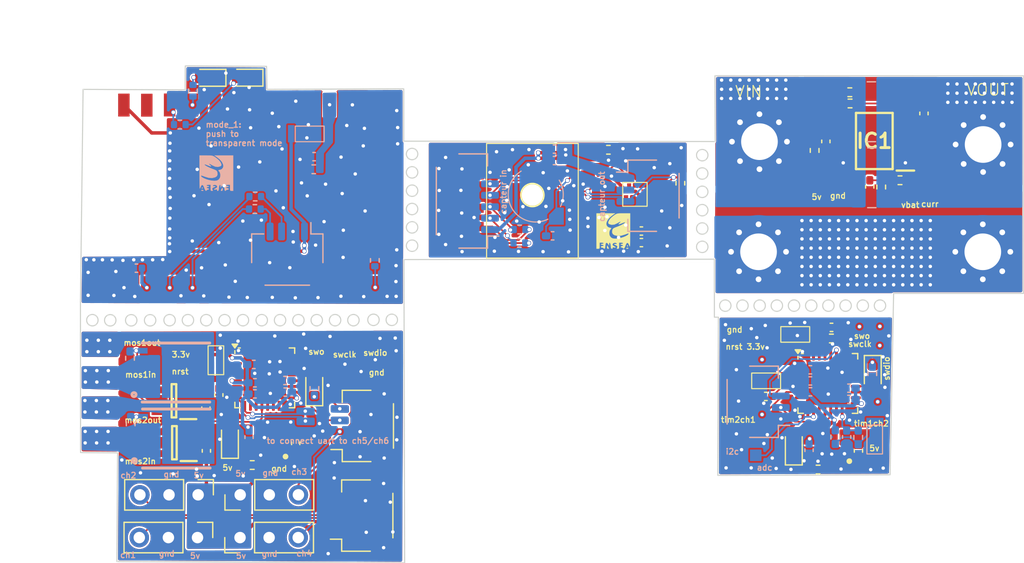
<source format=kicad_pcb>
(kicad_pcb (version 20240108) (generator "pcbnew") (generator_version "8.0")
  (layers (0 "F.Cu" signal) (31 "B.Cu" signal) (34 "B.Paste" user) (35 "F.Paste" user) (36 "B.SilkS" user "B.Silkscreen") (37 "F.SilkS" user "F.Silkscreen") (38 "B.Mask" user) (39 "F.Mask" user) (44 "Edge.Cuts" user))
  (net 0 "")
  (net 1 "GND")
  (net 2 "Net-(Tarvos1-MODE_1)")
  (net 3 "Net-(D1-A)")
  (net 4 "Net-(D2-A)")
  (net 5 "RX")
  (net 6 "TX")
  (net 7 "RX_GPS")
  (net 8 "TX_GPS")
  (net 9 "SCL_P")
  (net 10 "SDA_P")
  (net 12 "Net-(BT1-+)")
  (net 17 "Net-(Tarvos1-TX_IND)")
  (net 18 "Net-(Tarvos1-RX_IND)")
  (net 19 "Net-(Tarvos1-UTXD)")
  (net 20 "Net-(Tarvos1-URXD)")
  (net 21 "Net-(Tarvos1-BOOT)")
  (net 22 "VDD_IO")
  (net 23 "ADC1_IN2_CURR")
  (net 24 "+5V")
  (net 25 "ADC1_IN3_VBAT")
  (net 26 "VIN")
  (net 27 "Net-(IC1-A1)")
  (net 28 "Net-(IC1-OUT)")
  (net 29 "BAT+")
  (net 30 "Net-(IC1-A3)")
  (net 31 "Net-(PA1010D1-RX)")
  (net 32 "Net-(PA1010D1-TX)")
  (net 35 "Net-(U1-NRST)")
  (net 36 "Net-(U2-NRST)")
  (net 37 "Net-(U2-PH3)")
  (net 38 "Net-(D3-K)")
  (net 39 "Net-(D4-K)")
  (net 40 "Net-(D5-A)")
  (net 41 "Net-(D5-K)")
  (net 42 "Net-(D6-K)")
  (net 43 "Net-(D6-A)")
  (net 46 "ADC1_IN10")
  (net 47 "ADC1_IN9")
  (net 50 "LPRX")
  (net 51 "B2")
  (net 53 "SWCLK")
  (net 55 "SWO")
  (net 56 "SWDIO")
  (net 62 "LPTX")
  (net 69 "D+")
  (net 72 "Net-(R23-Pad2)")
  (net 75 "ALIMGPS")
  (net 76 "OLED_SCL")
  (net 78 "D-")
  (net 80 "TIM1_CH2")
  (net 82 "TIM2_CH1")
  (net 101 "CH1")
  (net 102 "CH2")
  (net 103 "CH4")
  (net 104 "CH6")
  (net 105 "CH3")
  (net 106 "CH5")
  (net 108 "MOSFET1")
  (net 109 "MOSFET2")
  (net 110 "Net-(IC4-~{OUT})")
  (net 111 "Net-(IC5-~{OUT})")
  (net 112 "MOS2OUT")
  (net 113 "MOS2IN")
  (net 114 "MOS1IN")
  (net 115 "MOS1OUT")
  (net 117 "OLED_SDA")
  (footprint "" (layer "F.Cu") (at 215.48 123.28)
    (property "Reference" "")
    (property "Value" "")
  )
  (footprint "Connector_PinHeader_2.54mm:PinHeader_1x03_P2.54mm_Vertical" (layer "F.Cu") (at 156.18 131.4 -90)
    (property "Reference" "J8" (hide yes))
    (property "Value" "Conn_01x03_Pin" (hide yes))
  )
  (footprint "Connector_PinHeader_2.54mm:PinHeader_1x03_P2.54mm_Vertical" (layer "F.Cu") (at 156.125 135.13 -90)
    (property "Reference" "J7" (hide yes))
    (property "Value" "Conn_01x03_Pin" (hide yes))
  )
  (footprint "" (layer "F.Cu") (at 210.76 104.31)
    (property "Reference" "")
    (property "Value" "")
  )
  (footprint "kxt3:SW_KXT3" (layer "F.Cu") (at 157 117.755 -90)
    (property "Reference" "SW3" (hide yes))
    (property "Value" "RSTBTN" (hide yes))
  )
  (footprint "" (layer "F.Cu") (at 215.67 116.7)
    (property "Reference" "")
    (property "Value" "")
  )
  (footprint "" (layer "F.Cu") (at 213.89 116.72)
    (property "Reference" "")
    (property "Value" "")
  )
  (footprint "LDO40PURY:SON95P300X300X90-7N-D" (layer "F.Cu") (at 211.13 126.8625 180)
    (property "Reference" "IC3" (hide yes))
    (property "Value" "LDO40LPU33RY" (hide yes))
  )
  (footprint "Connector_JST:JST_SH_SM04B-SRSS-TB_1x04-1MP_P1.00mm_Horizontal" (layer "F.Cu") (at 170.54 125.39 90)
    (property "Reference" "J6" (hide yes))
    (property "Value" "Conn_01x04_Pin" (hide yes))
  )
  (footprint "kxt3:SW_KXT3" (layer "F.Cu") (at 210.185 116.6725 180)
    (property "Reference" "SW4" (hide yes))
    (property "Value" "boot" (hide yes))
  )
  (footprint "tarvosiii:Tarvos III" (layer "F.Cu") (at 163.54 88.47)
    (property "Reference" "Tarvos1" (hide yes))
    (property "Value" "~" (hide yes))
  )
  (footprint "Resistor_SMD:R_0402_1005Metric" (layer "F.Cu") (at 191.98 101.29)
    (property "Reference" "R8" (hide yes))
    (property "Value" "2.2k" (hide yes))
  )
  (footprint "Resistor_SMD:R_0402_1005Metric_Pad0.72x0.64mm_HandSolder" (layer "F.Cu") (at 160.9 128.8 180)
    (property "Reference" "R24" (hide yes))
    (property "Value" "80R" (hide yes))
  )
  (footprint "Resistor_SMD:R_0402_1005Metric_Pad0.72x0.64mm_HandSolder" (layer "F.Cu") (at 211.44 117.7575)
    (property "Reference" "R21" (hide yes))
    (property "Value" "10k" (hide yes))
  )
  (footprint "" (layer "F.Cu") (at 215.66 118.37)
    (property "Reference" "")
    (property "Value" "")
  )
  (footprint "TestPoint:TestPoint_Pad_1.0x1.0mm" (layer "F.Cu") (at 219.13 105)
    (property "Reference" "REF**" (hide yes))
    (property "Value" "TestPoint_Pad_1.0x1.0mm" (hide yes))
  )
  (footprint "MountingHole:MountingHole_3.2mm_M3_Pad_Via" (layer "F.Cu") (at 205.162944 100.582944)
    (property "Reference" "H2" (hide yes))
    (property "Value" "MountingHole_Pad" (hide yes))
  )
  (footprint "Capacitor_SMD:C_0402_1005Metric_Pad0.74x0.62mm_HandSolder" (layer "F.Cu") (at 157.985 122.69 90)
    (property "Reference" "C11" (hide yes))
    (property "Value" "0.1u" (hide yes))
  )
  (footprint "PA1010D:PA1010D" (layer "F.Cu") (at 180.35 110.74)
    (property "Reference" "PA1010D1" (hide yes))
    (property "Value" "~" (hide yes))
  )
  (footprint "" (layer "F.Cu") (at 173.21 120.7)
    (property "Reference" "")
    (property "Value" "")
  )
  (footprint "Capacitor_SMD:C_0402_1005Metric" (layer "F.Cu") (at 194.86 108.38)
    (property "Reference" "C5" (hide yes))
    (property "Value" "4.7u" (hide yes))
  )
  (footprint "LED_SMD:LED_0603_1608Metric_Pad1.05x0.95mm_HandSolder" (layer "F.Cu") (at 215.05 120.9025 -90)
    (property "Reference" "D6" (hide yes))
    (property "Value" "LED" (hide yes))
  )
  (footprint "" (layer "F.Cu") (at 212.17 104.3)
    (property "Reference" "")
    (property "Value" "")
  )
  (footprint "" (layer "F.Cu") (at 170.82 117.88)
    (property "Reference" "")
    (property "Value" "")
  )
  (footprint "" (layer "F.Cu") (at 156.08 120.69)
    (property "Reference" "")
    (property "Value" "")
  )
  (footprint "MountingHole:MountingHole_3.2mm_M3_Pad_Via" (layer "F.Cu") (at 224.68 100.83)
    (property "Reference" "H1" (hide yes))
    (property "Value" "MountingHole_Pad" (hide yes))
  )
  (footprint "Resistor_SMD:R_0402_1005Metric" (layer "F.Cu") (at 198.26 104.21 -90)
    (property "Reference" "R7" (hide yes))
    (property "Value" "2.2k" (hide yes))
  )
  (footprint "" (layer "F.Cu") (at 204.45 116.9)
    (property "Reference" "")
    (property "Value" "")
  )
  (footprint "TSC102:SOIC127P600X175-8N" (layer "F.Cu") (at 215.1855 100.525 180)
    (property "Reference" "IC1")
    (property "Value" "TSC102IDT" (hide yes))
  )
  (footprint "kxt3:SW_KXT3" (layer "F.Cu") (at 203.845 122.1825)
    (property "Reference" "SW5" (hide yes))
    (property "Value" "RSTBTN" (hide yes))
  )
  (footprint "Capacitor_SMD:C_0402_1005Metric_Pad0.74x0.62mm_HandSolder" (layer "F.Cu") (at 214.7875 104.52 90)
    (property "Reference" "C9" (hide yes))
    (property "Value" "100n" (hide yes))
  )
  (footprint "Capacitor_SMD:C_0402_1005Metric_Pad0.74x0.62mm_HandSolder" (layer "F.Cu") (at 156.8575 123.8525 90)
    (property "Reference" "C12" (hide yes))
    (property "Value" "1u" (hide yes))
  )
  (footprint "" (layer "F.Cu") (at 217.79 105)
    (property "Reference" "")
    (property "Value" "")
  )
  (footprint "MountingHole:MountingHole_3.2mm_M3_Pad_Via" (layer "F.Cu") (at 224.652944 110.192944)
    (property "Reference" "H3" (hide yes))
    (property "Value" "MountingHole_Pad" (hide yes))
  )
  (footprint "Capacitor_SMD:C_0402_1005Metric_Pad0.74x0.62mm_HandSolder" (layer "F.Cu") (at 156.9 127.5625 90)
    (property "Reference" "C30" (hide yes))
    (property "Value" "1u" (hide yes))
  )
  (footprint "Connector_PinHeader_2.54mm:PinHeader_1x03_P2.54mm_Vertical" (layer "F.Cu") (at 159.835 135.13 90)
    (property "Reference" "J10" (hide yes))
    (property "Value" "Conn_01x03_Pin" (hide yes))
  )
  (footprint "LED_SMD:LED_0603_1608Metric_Pad1.05x0.95mm_HandSolder" (layer "F.Cu") (at 208.16 127.1325 90)
    (property "Reference" "D4" (hide yes))
    (property "Value" "LED" (hide yes))
  )
  (footprint "" (layer "F.Cu") (at 168.74 117.88)
    (property "Reference" "")
    (property "Value" "")
  )
  (footprint "" (layer "F.Cu") (at 166.67 117.88)
    (property "Reference" "")
    (property "Value" "")
  )
  (footprint "Resistor_SMD:R_0402_1005Metric_Pad0.72x0.64mm_HandSolder" (layer "F.Cu") (at 217.4275 103.95)
    (property "Reference" "R13" (hide yes))
    (property "Value" "20k" (hide yes))
  )
  (footprint "Resistor_SMD:R_0402_1005Metric_Pad0.72x0.64mm_HandSolder" (layer "F.Cu") (at 209.9775 101.3475 90)
    (property "Reference" "R12" (hide yes))
    (property "Value" "1k" (hide yes))
  )
  (footprint "Package_DFN_QFN:QFN-32-1EP_5x5mm_P0.5mm_EP3.45x3.45mm" (layer "F.Cu") (at 211.13 121.68)
    (property "Reference" "U2" (hide yes))
    (property "Value" "STM32L432KCUx" (hide yes))
  )
  (footprint "" (layer "F.Cu") (at 205.4 119.57)
    (property "Reference" "")
    (property "Value" "")
  )
  (footprint "LED_SMD:LED_0603_1608Metric_Pad1.05x0.95mm_HandSolder" (layer "F.Cu") (at 166.315 121.965 90)
    (property "Reference" "D5" (hide yes))
    (property "Value" "LED" (hide yes))
  )
  (footprint "WSEN-PADS:WSEN-PADS" (layer "F.Cu") (at 194.19 104.46 180)
    (property "Reference" "WSEN-PADS1" (hide yes))
    (property "Value" "~" (hide yes))
  )
  (footprint "Package_DFN_QFN:QFN-32-1EP_5x5mm_P0.5mm_EP3.45x3.45mm" (layer "F.Cu") (at 161.995 121.1925)
    (property "Reference" "U1" (hide yes))
    (property "Value" "STM32L432KCUx" (hide yes))
  )
  (footprint "LED_SMD:LED_0603_1608Metric_Pad1.05x0.95mm_HandSolder" (layer "F.Cu") (at 158.955 126.555 90)
    (property "Reference" "D3" (hide yes))
    (property "Value" "LED" (hide yes))
  )
  (footprint "Capacitor_SMD:C_0402_1005Metric" (layer "F.Cu") (at 194.86 109.39)
    (property "Reference" "C6" (hide yes))
    (property "Value" "100n" (hide yes))
  )
  (footprint "" (layer "F.Cu") (at 207.16 119.56)
    (property "Reference" "")
    (property "Value" "")
  )
  (footprint "Connector_JST:JST_SH_SM04B-SRSS-TB_1x04-1MP_P1.00mm_Horizontal" (layer "F.Cu") (at 170.49 133.21 90)
    (property "Reference" "J5" (hide yes))
    (property "Value" "Conn_01x04_Pin" (hide yes))
  )
  (footprint "Connector_PinHeader_2.54mm:PinHeader_1x03_P2.54mm_Vertical" (layer "F.Cu") (at 159.85 131.4 90)
    (property "Reference" "J9" (hide yes))
    (property "Value" "Conn_01x03_Pin" (hide yes))
  )
  (footprint "driver mosfet:SOT95P270X145-6N" (layer "F.Cu") (at 154.1075 126.8525 180)
    (property "Reference" "IC5" (hide yes))
    (property "Value" "MCP14A0151T-E_CH" (hide yes))
  )
  (footprint "LED_SMD:LED_0603_1608Metric" (layer "F.Cu") (at 157.12 95.01 180)
    (property "Reference" "D2" (hide yes))
    (property "Value" "LED_Small" (hide yes))
  )
  (footprint "logo:logo ensea" (layer "F.Cu") (at 192.434236 108.331527)
    (property "Reference" "G***" (hide yes))
    (property "Value" "LOGO" (hide yes))
  )
  (footprint "" (layer "F.Cu") (at 205.39 124.39)
    (property "Reference" "")
    (property "Value" "")
  )
  (footprint "" (layer "F.Cu") (at 156.08 119.16)
    (property "Reference" "")
    (property "Value" "")
  )
  (footprint "MountingHole:MountingHole_3.2mm_M3_Pad_Via" (layer "F.Cu") (at 205.082944 110.192944)
    (property "Reference" "H4" (hide yes))
    (property "Value" "MountingHole_Pad" (hide yes))
  )
  (footprint "Capacitor_SMD:C_0402_1005Metric_Pad0.74x0.62mm_HandSolder" (layer "F.Cu") (at 219.5175 98.12 90)
    (property "Reference" "C7" (hide yes))
    (property "Value" "10n" (hide yes))
  )
  (footprint "Capacitor_SMD:C_0402_1005Metric_Pad0.74x0.62mm_HandSolder" (layer "F.Cu") (at 164.695 126.9 90)
    (property "Reference" "C25" (hide yes))
    (property "Value" "1u" (hide yes))
  )
  (footprint "Capacitor_SMD:C_0402_1005Metric_Pad0.74x0.62mm_HandSolder" (layer "F.Cu") (at 213.8 127.5625 90)
    (property "Reference" "C27" (hide yes))
    (property "Value" "1u" (hide yes))
  )
  (footprint "Capacitor_SMD:C_0402_1005Metric_Pad0.74x0.62mm_HandSolder" (layer "F.Cu") (at 211.45 116.7875 180)
    (property "Reference" "C19" (hide yes))
    (property "Value" "10n" (hide yes))
  )
  (footprint "Resistor_SMD:R_0402_1005Metric_Pad0.72x0.64mm_HandSolder" (layer "F.Cu") (at 213.0675 97.25 180)
    (property "Reference" "R9" (hide yes))
    (property "Value" "100R" (hide yes))
  )
  (footprint "LDO40PURY:SON95P300X300X90-7N-D" (layer "F.Cu") (at 161.93 126.46 180)
    (property "Reference" "IC2" (hide yes))
    (property "Value" "LDO40LPU33RY" (hide yes))
  )
  (footprint "driver mosfet:SOT95P270X145-6N" (layer "F.Cu") (at 154.0675 123.1925 180)
    (property "Reference" "IC4" (hide yes))
    (property "Value" "MCP14A0151T-E_CH" (hide yes))
  )
  (footprint "Resistor_SMD:R_0402_1005Metric_Pad0.72x0.64mm_HandSolder" (layer "F.Cu") (at 213.0475 96.27 180)
    (property "Reference" "R11" (hide yes))
    (property "Value" "2k" (hide yes))
  )
  (footprint "Capacitor_SMD:C_0402_1005Metric_Pad0.74x0.62mm_HandSolder" (layer "F.Cu") (at 205.72 122.8125)
    (property "Reference" "C18" (hide yes))
    (property "Value" "0.1u" (hide yes))
  )
  (footprint "Resistor_SMD:R_0402_1005Metric_Pad0.72x0.64mm_HandSolder" (layer "F.Cu") (at 215.7875 104.54 90)
    (property "Reference" "R14" (hide yes))
    (property "Value" "10k" (hide yes))
  )
  (footprint "LED_SMD:LED_0603_1608Metric" (layer "F.Cu") (at 160.35 95 180)
    (property "Reference" "D1" (hide yes))
    (property "Value" "LED_Small" (hide yes))
  )
  (footprint "Resistor_SMD:R_0402_1005Metric_Pad0.72x0.64mm_HandSolder" (layer "F.Cu") (at 210.28 129.1925 180)
    (property "Reference" "R25" (hide yes))
    (property "Value" "80R" (hide yes))
  )
  (footprint "Capacitor_SMD:C_0402_1005Metric_Pad0.74x0.62mm_HandSolder" (layer "F.Cu") (at 210.9575 100.56 -90)
    (property "Reference" "C8" (hide yes))
    (property "Value" "1u" (hide yes))
  )
  (footprint "Resistor_SMD:R_0402_1005Metric_Pad0.72x0.64mm_HandSolder" (layer "B.Cu") (at 211.78 126.36 -90)
    (property "Reference" "R23" (hide yes))
    (property "Value" "10k" (hide yes))
  )
  (footprint "Resistor_SMD:R_0402_1005Metric_Pad0.72x0.64mm_HandSolder" (layer "B.Cu") (at 150.235 119.4835 90)
    (property "Reference" "R20" (hide yes))
    (property "Value" "40k" (hide yes))
  )
  (footprint "logo:logo ensea" (layer "B.Cu") (at 157.745764 103.281527 180)
    (property "Reference" "G***" (hide yes))
    (property "Value" "LOGO" (hide yes))
  )
  (footprint "Resistor_SMD:R_0402_1005Metric_Pad0.72x0.64mm_HandSolder" (layer "B.Cu") (at 215.01 120.82 90)
    (property "Reference" "R19" (hide yes))
    (property "Value" "80R" (hide yes))
  )
  (footprint "Capacitor_SMD:C_0402_1005Metric_Pad0.74x0.62mm_HandSolder" (layer "B.Cu") (at 209.6 120.49 180)
    (property "Reference" "C22" (hide yes))
    (property "Value" "100n" (hide yes))
  )
  (footprint "Resistor_SMD:R_0402_1005Metric" (layer "B.Cu") (at 161.16 105.37 180)
    (property "Reference" "R3" (hide yes))
    (property "Value" "1k" (hide yes))
  )
  (footprint "Resistor_SMD:R_0402_1005Metric" (layer "B.Cu") (at 184.23 108.25)
    (property "Reference" "R17" (hide yes))
    (property "Value" "1k" (hide yes))
  )
  (footprint "Connector_JST:JST_SH_SM04B-SRSS-TB_1x04-1MP_P1.00mm_Horizontal" (layer "B.Cu") (at 205.025 123.28 90)
    (property "Reference" "J4" (hide yes))
    (property "Value" "Conn_01x04_Pin" (hide yes))
  )
  (footprint "" (layer "B.Cu") (at 204.84 127.95 180)
    (property "Reference" "")
    (property "Value" "")
  )
  (footprint "Resistor_SMD:R_0402_1005Metric" (layer "B.Cu") (at 166.27 102.99)
    (property "Reference" "R5" (hide yes))
    (property "Value" "10k" (hide yes))
  )
  (footprint "Resistor_SMD:R_0402_1005Metric" (layer "B.Cu") (at 155.73 96.14 90)
    (property "Reference" "R2" (hide yes))
    (property "Value" "220" (hide yes))
  )
  (footprint "Resistor_SMD:R_1020_2550Metric_Pad1.33x5.20mm_HandSolder" (layer "B.Cu") (at 214.9275 97.97 180)
    (property "Reference" "R10" (hide yes))
    (property "Value" "10m" (hide yes))
  )
  (footprint "kxt3:SW_KXT3" (layer "B.Cu") (at 167.815 100.635 180)
    (property "Reference" "SW1" (hide yes))
    (property "Value" "SW_Push" (hide yes))
  )
  (footprint "Capacitor_SMD:C_0402_1005Metric" (layer "B.Cu") (at 150.8 111.62 180)
    (property "Reference" "C2" (hide yes))
    (property "Value" "100u" (hide yes))
  )
  (footprint "Capacitor_SMD:C_0402_1005Metric_Pad0.74x0.62mm_HandSolder" (layer "B.Cu") (at 187.11 108.8)
    (property "Reference" "C10" (hide yes))
    (property "Value" "1u" (hide yes))
  )
  (footprint "Resistor_SMD:R_0402_1005Metric" (layer "B.Cu") (at 171.6 110.94 -90)
    (property "Reference" "R6" (hide yes))
    (property "Value" "220" (hide yes))
  )
  (footprint "Capacitor_SMD:C_0402_1005Metric_Pad0.74x0.62mm_HandSolder" (layer "B.Cu") (at 209.49 127.5025 -90)
    (property "Reference" "C28" (hide yes))
    (property "Value" "1u" (hide yes))
  )
  (footprint "Resistor_SMD:R_0402_1005Metric" (layer "B.Cu") (at 161.13 106.46 180)
    (property "Reference" "R4" (hide yes))
    (property "Value" "1k" (hide yes))
  )
  (footprint "Capacitor_SMD:C_0402_1005Metric_Pad0.74x0.62mm_HandSolder" (layer "B.Cu") (at 161.1325 122.5925 180)
    (property "Reference" "C17" (hide yes))
    (property "Value" "1u" (hide yes))
  )
  (footprint "kxt3:SW_KXT3" (layer "B.Cu") (at 214.49 128.475 90)
    (property "Reference" "SW2" (hide yes))
    (property "Value" "Boutton 2" (hide yes))
  )
  (footprint "Capacitor_SMD:C_0402_1005Metric_Pad0.74x0.62mm_HandSolder" (layer "B.Cu") (at 212.98 123.0725)
    (property "Reference" "C21" (hide yes))
    (property "Value" "100n" (hide yes))
  )
  (footprint "Capacitor_SMD:C_0402_1005Metric_Pad0.74x0.62mm_HandSolder" (layer "B.Cu") (at 163.785 122.4325)
    (property "Reference" "C15" (hide yes))
    (property "Value" "100n" (hide yes))
  )
  (footprint "Capacitor_SMD:C_0402_1005Metric_Pad0.74x0.62mm_HandSolder" (layer "B.Cu") (at 212.77 126.35 -90)
    (property "Reference" "C29" (hide yes))
    (property "Value" "10n" (hide yes))
  )
  (footprint "Resistor_SMD:R_0402_1005Metric" (layer "B.Cu") (at 184.21 109.42)
    (property "Reference" "R18" (hide yes))
    (property "Value" "1k" (hide yes))
  )
  (footprint "Resistor_SMD:R_0402_1005Metric_Pad0.72x0.64mm_HandSolder" (layer "B.Cu") (at 213.78 126.39 90)
    (property "Reference" "R26" (hide yes))
    (property "Value" "10k" (hide yes))
  )
  (footprint "Capacitor_SMD:C_0402_1005Metric" (layer "B.Cu") (at 187.28 102.23 180)
    (property "Reference" "C4" (hide yes))
    (property "Value" "100u" (hide yes))
  )
  (footprint "Capacitor_SMD:C_0402_1005Metric_Pad0.74x0.62mm_HandSolder" (layer "B.Cu") (at 161.035 120.0225 180)
    (property "Reference" "C14" (hide yes))
    (property "Value" "100n" (hide yes))
  )
  (footprint "Capacitor_SMD:C_0402_1005Metric_Pad0.74x0.62mm_HandSolder" (layer "B.Cu") (at 209.61 122.41 180)
    (property "Reference" "C23" (hide yes))
    (property "Value" "10n" (hide yes))
  )
  (footprint "Capacitor_SMD:C_0402_1005Metric_Pad0.74x0.62mm_HandSolder" (layer "B.Cu") (at 160.625 126.3625 -90)
    (property "Reference" "C26" (hide yes))
    (property "Value" "1u" (hide yes))
  )
  (footprint "Capacitor_SMD:C_0402_1005Metric_Pad0.74x0.62mm_HandSolder" (layer "B.Cu") (at 161.1325 121.6225 180)
    (property "Reference" "C16" (hide yes))
    (property "Value" "10n" (hide yes))
  )
  (footprint "Resistor_SMD:R_0402_1005Metric_Pad0.72x0.64mm_HandSolder" (layer "B.Cu") (at 166.325 122.125 -90)
    (property "Reference" "R16" (hide yes))
    (property "Value" "80R" (hide yes))
  )
  (footprint "Capacitor_SMD:C_0402_1005Metric_Pad0.74x0.62mm_HandSolder" (layer "B.Cu") (at 212.98 122.0925)
    (property "Reference" "C20" (hide yes))
    (property "Value" "4.7u" (hide yes))
  )
  (footprint "Resistor_SMD:R_1020_2550Metric_Pad1.33x5.20mm_HandSolder" (layer "B.Cu") (at 214.9675 103.73 180)
    (property "Reference" "R15" (hide yes))
    (property "Value" "10m" (hide yes))
  )
  (footprint "Capacitor_SMD:C_0402_1005Metric" (layer "B.Cu") (at 187.28 101.23 180)
    (property "Reference" "C3" (hide yes))
    (property "Value" "100u" (hide yes))
  )
  (footprint "BSC0909NS:PG-TDSON-8-5" (layer "B.Cu") (at 154.275 126.49 90)
    (property "Reference" "Q1" (hide yes))
    (property "Value" "BSC0909NS" (hide yes))
  )
  (footprint "Capacitor_SMD:C_0402_1005Metric_Pad0.74x0.62mm_HandSolder" (layer "B.Cu") (at 209.6 121.46 180)
    (property "Reference" "C24" (hide yes))
    (property "Value" "1u" (hide yes))
  )
  (footprint "Resistor_SMD:R_0402_1005Metric_Pad0.72x0.64mm_HandSolder" (layer "B.Cu") (at 150.295 125.1995 90)
    (property "Reference" "R22" (hide yes))
    (property "Value" "40k" (hide yes))
  )
  (footprint "Connector_JST:JST_SH_SM04B-SRSS-TB_1x04-1MP_P1.00mm_Horizontal" (layer "B.Cu") (at 195.465 105.3 -90)
    (property "Reference" "J3" (hide yes))
    (property "Value" "Conn_01x04_Pin" (hide yes))
  )
  (footprint "Connector_JST:JST_SH_SM06B-SRSS-TB_1x06-1MP_P1.00mm_Horizontal" (layer "B.Cu") (at 179.65 105.76 90)
    (property "Reference" "J2" (hide yes))
    (property "Value" "Conn_01x06" (hide yes))
  )
  (footprint "BSC0909NS:PG-TDSON-8-5" (layer "B.Cu") (at 154.245 120.73 90)
    (property "Reference" "Q2" (hide yes))
    (property "Value" "BSC0909NS" (hide yes))
  )
  (footprint "MS414:MS421R-IV03E" (layer "B.Cu") (at 184.54 102.79)
    (property "Reference" "BT1" (hide yes))
    (property "Value" "ML414S" (hide yes))
  )
  (footprint "Resistor_SMD:R_0402_1005Metric" (layer "B.Cu") (at 154.58 99.09)
    (property "Reference" "R1" (hide yes))
    (property "Value" "220" (hide yes))
  )
  (footprint "Connector_JST:JST_SH_SM04B-SRSS-TB_1x04-1MP_P1.00mm_Horizontal" (layer "B.Cu") (at 163.96 110.42 180)
    (property "Reference" "J1" (hide yes))
    (property "Value" "Conn_01x04_Pin" (hide yes))
  )
  (footprint "Capacitor_SMD:C_0402_1005Metric_Pad0.74x0.62mm_HandSolder" (layer "B.Cu") (at 163.7675 121.4225)
    (property "Reference" "C13" (hide yes))
    (property "Value" "4.7u" (hide yes))
  )
  (footprint "Capacitor_SMD:C_0402_1005Metric" (layer "B.Cu") (at 166.3 101.89 180)
    (property "Reference" "C1" (hide yes))
    (property "Value" "10n" (hide yes))
  )
  (gr_circle (center 208.18 114.89) (end 208.68 114.89) (stroke (width 0.1)) (fill none) (layer "Edge.Cuts"))
  (gr_circle (center 166.53 116.16) (end 166.53 115.66) (stroke (width 0.1)) (fill none) (layer "Edge.Cuts"))
  (gr_circle (center 215.68 114.89) (end 216.18 114.89) (stroke (width 0.1)) (fill none) (layer "Edge.Cuts"))
  (gr_circle (center 173.08 116.13) (end 173.08 115.63) (stroke (width 0.1)) (fill none) (layer "Edge.Cuts"))
  (gr_circle (center 203.68 114.89) (end 204.18 114.89) (stroke (width 0.1)) (fill none) (layer "Edge.Cuts"))
  (gr_circle (center 151.99 116.17) (end 151.99 115.67) (stroke (width 0.1)) (fill none) (layer "Edge.Cuts"))
  (gr_circle (center 158.49 116.16) (end 158.49 115.66) (stroke (width 0.1)) (fill none) (layer "Edge.Cuts"))
  (gr_circle (center 214.18 114.89) (end 214.68 114.89) (stroke (width 0.1)) (fill none) (layer "Edge.Cuts"))
  (gr_circle (center 209.68 114.89) (end 210.18 114.89) (stroke (width 0.1)) (fill none) (layer "Edge.Cuts"))
  (gr_circle (center 174.85 103.26) (end 175.35 103.26) (stroke (width 0.1)) (fill none) (layer "Edge.Cuts"))
  (gr_circle (center 174.85 108.06) (end 175.35 108.06) (stroke (width 0.1)) (fill none) (layer "Edge.Cuts"))
  (gr_circle (center 155.29 116.16) (end 155.29 115.66) (stroke (width 0.1)) (fill none) (layer "Edge.Cuts"))
  (gr_poly (pts (xy 174.2 137.34) (xy 149.09 137.22) (xy 149.15 127.73) (xy 145.92 127.71) (xy 145.91 114.7) (xy 146.14 96.02) (xy 155.05 96.06) (xy 155.06 93.97) (xy 162.15 94.01) (xy 162.18 96.02) (xy 174.12 95.97) (xy 174.12 100.54) (xy 201.3 100.57) (xy 201.28 94.83) (xy 228.21 94.84) (xy 228.2 113.82) (xy 216.87 113.82) (xy 216.56 129.65) (xy 201.53 129.7) (xy 201.58 115.9) (xy 201.23 115.9) (xy 201.23 110.84) (xy 174.14 110.87)) (stroke (width 0.1)) (fill none) (layer "Edge.Cuts"))
  (gr_circle (center 174.85 101.66) (end 175.35 101.66) (stroke (width 0.1)) (fill none) (layer "Edge.Cuts"))
  (gr_circle (center 211.18 114.89) (end 211.68 114.89) (stroke (width 0.1)) (fill none) (layer "Edge.Cuts"))
  (gr_circle (center 202.18 114.89) (end 202.68 114.89) (stroke (width 0.1)) (fill none) (layer "Edge.Cuts"))
  (gr_circle (center 169.73 116.16) (end 169.73 115.66) (stroke (width 0.1)) (fill none) (layer "Edge.Cuts"))
  (gr_circle (center 153.69 116.16) (end 153.69 115.66) (stroke (width 0.1)) (fill none) (layer "Edge.Cuts"))
  (gr_circle (center 150.34 116.17) (end 150.34 115.67) (stroke (width 0.1)) (fill none) (layer "Edge.Cuts"))
  (gr_circle (center 200.17 106.56) (end 200.67 106.56) (stroke (width 0.1)) (fill none) (layer "Edge.Cuts"))
  (gr_circle (center 200.17 108.16) (end 200.67 108.16) (stroke (width 0.1)) (fill none) (layer "Edge.Cuts"))
  (gr_circle (center 168.13 116.16) (end 168.13 115.66) (stroke (width 0.1)) (fill none) (layer "Edge.Cuts"))
  (gr_circle (center 174.85 106.46) (end 175.35 106.46) (stroke (width 0.1)) (fill none) (layer "Edge.Cuts"))
  (gr_circle (center 161.73 116.16) (end 161.73 115.66) (stroke (width 0.1)) (fill none) (layer "Edge.Cuts"))
  (gr_circle (center 212.68 114.89) (end 213.18 114.89) (stroke (width 0.1)) (fill none) (layer "Edge.Cuts"))
  (gr_circle (center 148.51 116.17) (end 148.51 115.67) (stroke (width 0.1)) (fill none) (layer "Edge.Cuts"))
  (gr_circle (center 205.18 114.89) (end 205.68 114.89) (stroke (width 0.1)) (fill none) (layer "Edge.Cuts"))
  (gr_circle (center 206.68 114.89) (end 207.18 114.89) (stroke (width 0.1)) (fill none) (layer "Edge.Cuts"))
  (gr_circle (center 174.85 104.86) (end 175.35 104.86) (stroke (width 0.1)) (fill none) (layer "Edge.Cuts"))
  (gr_circle (center 171.48 116.13) (end 171.48 115.63) (stroke (width 0.1)) (fill none) (layer "Edge.Cuts"))
  (gr_circle (center 200.17 101.76) (end 200.67 101.76) (stroke (width 0.1)) (fill none) (layer "Edge.Cuts"))
  (gr_circle (center 146.95 116.16) (end 146.95 115.66) (stroke (width 0.1)) (fill none) (layer "Edge.Cuts"))
  (gr_circle (center 163.33 116.16) (end 163.33 115.66) (stroke (width 0.1)) (fill none) (layer "Edge.Cuts"))
  (gr_circle (center 156.89 116.16) (end 156.89 115.66) (stroke (width 0.1)) (fill none) (layer "Edge.Cuts"))
  (gr_circle (center 200.17 103.36) (end 200.67 103.36) (stroke (width 0.1)) (fill none) (layer "Edge.Cuts"))
  (gr_circle (center 164.93 116.16) (end 164.93 115.66) (stroke (width 0.1)) (fill none) (layer "Edge.Cuts"))
  (gr_circle (center 200.17 109.76) (end 200.67 109.76) (stroke (width 0.1)) (fill none) (layer "Edge.Cuts"))
  (gr_circle (center 200.17 104.96) (end 200.67 104.96) (stroke (width 0.1)) (fill none) (layer "Edge.Cuts"))
  (gr_circle (center 160.09 116.16) (end 160.09 115.66) (stroke (width 0.1)) (fill none) (layer "Edge.Cuts"))
  (gr_circle (center 174.85 109.66) (end 175.35 109.66) (stroke (width 0.1)) (fill none) (layer "Edge.Cuts"))
  (gr_text "5v" (at 155.74 130 0) (layer "B.SilkS") (effects (font (size 0.5 0.5) (thickness 0.1) (bold yes)) (justify left bottom)))
  (gr_text "to connect uart to ch5/ch6" (at 162.1 126.98 0) (layer "B.SilkS") (effects (font (size 0.5 0.5) (thickness 0.1) (bold yes)) (justify left bottom)))
  (gr_text "ch2" (at 149.35 130 0) (layer "B.SilkS") (effects (font (size 0.5 0.5) (thickness 0.1) (bold yes)) (justify left bottom)))
  (gr_text "ch3" (at 164.26 129.69 0) (layer "B.SilkS") (effects (font (size 0.5 0.5) (thickness 0.1) (bold yes)) (justify left bottom)))
  (gr_text "capteur in" (at 183.12 106.96 90) (layer "B.SilkS") (effects (font (size 0.5 0.5) (thickness 0.1) (bold yes)) (justify left bottom)))
  (gr_text "gnd" (at 153.11 129.91 0) (layer "B.SilkS") (effects (font (size 0.5 0.5) (thickness 0.1) (bold yes)) (justify left bottom)))
  (gr_text "ch4" (at 164.7 136.81 0) (layer "B.SilkS") (effects (font (size 0.5 0.5) (thickness 0.1) (bold yes)) (justify left bottom)))
  (gr_text "gnd" (at 161.74 129.78 0) (layer "B.SilkS") (effects (font (size 0.5 0.5) (thickness 0.1) (bold yes)) (justify left bottom)))
  (gr_text "5v" (at 159.38 129.84 0) (layer "B.SilkS") (effects (font (size 0.5 0.5) (thickness 0.1) (bold yes)) (justify left bottom)))
  (gr_text "5v" (at 159.43 137.02 0) (layer "B.SilkS") (effects (font (size 0.5 0.5) (thickness 0.1) (bold yes)) (justify left bottom)))
  (gr_text "capteur out" (at 191.7 107.63 90) (layer "B.SilkS") (effects (font (size 0.5 0.5) (thickness 0.1) (bold yes)) (justify left bottom)))
  (gr_text "adc" (at 204.88 129.32 0) (layer "B.SilkS") (effects (font (size 0.5 0.5) (thickness 0.1) (bold yes)) (justify left bottom)))
  (gr_text "mode_1:\npush to \ntransparent mode" (at 156.79 101 0) (layer "B.SilkS") (effects (font (size 0.5 0.5) (thickness 0.1) (bold yes)) (justify left bottom)))
  (gr_text "gnd" (at 152.7 136.82 0) (layer "B.SilkS") (effects (font (size 0.5 0.5) (thickness 0.1) (bold yes)) (justify left bottom)))
  (gr_text "i2c" (at 202.16 127.92 0) (layer "B.SilkS") (effects (font (size 0.5 0.5) (thickness 0.1) (bold yes)) (justify left bottom)))
  (gr_text "5v" (at 155.42 137.02 0) (layer "B.SilkS") (effects (font (size 0.5 0.5) (thickness 0.1) (bold yes)) (justify left bottom)))
  (gr_text "ch1" (at 149.32 136.95 0) (layer "B.SilkS") (effects (font (size 0.5 0.5) (thickness 0.1) (bold yes)) (justify left bottom)))
  (gr_text "gnd" (at 161.67 136.84 0) (layer "B.SilkS") (effects (font (size 0.5 0.5) (thickness 0.1) (bold yes)) (justify left bottom)))
  (gr_text "swo" (at 165.75 119.2 0) (layer "F.SilkS") (effects (font (size 0.5 0.5) (thickness 0.1) (bold yes)) (justify left bottom)))
  (gr_text "tim1ch2" (at 213.35 125.47 0) (layer "F.SilkS") (effects (font (size 0.5 0.5) (thickness 0.1) (bold yes)) (justify left bottom)))
  (gr_text "mos2out" (at 149.7 125.18 0) (layer "F.SilkS") (effects (font (size 0.5 0.5) (thickness 0.1) (bold yes)) (justify left bottom)))
  (gr_text "gnd" (at 202.25 117.28 0) (layer "F.SilkS") (effects (font (size 0.5 0.5) (thickness 0.1) (bold yes)) (justify left bottom)))
  (gr_text "nrst" (at 153.82 120.93 0) (layer "F.SilkS") (effects (font (size 0.5 0.5) (thickness 0.1) (bold yes)) (justify left bottom)))
  (gr_text "swclk" (at 212.86 118.53 0) (layer "F.SilkS") (effects (font (size 0.5 0.5) (thickness 0.1) (bold yes)) (justify left bottom)))
  (gr_text "mos2in" (at 149.73 128.77 0) (layer "F.SilkS") (effects (font (size 0.5 0.5) (thickness 0.1) (bold yes)) (justify left bottom)))
  (gr_text "swo" (at 213.36 117.83 0) (layer "F.SilkS") (effects (font (size 0.5 0.5) (thickness 0.1) (bold yes)) (justify left bottom)))
  (gr_text "VIN" (at 202.97 96.81 0) (layer "F.SilkS") (effects (font (size 1 1) (thickness 0.1) (bold yes)) (justify left bottom)))
  (gr_text "swclk" (at 167.89 119.45 0) (layer "F.SilkS") (effects (font (size 0.5 0.5) (thickness 0.1) (bold yes)) (justify left bottom)))
  (gr_text "curr" (at 219.22 106.32 0) (layer "F.SilkS") (effects (font (size 0.5 0.5) (thickness 0.1) (bold yes)) (justify left bottom)))
  (gr_text "mos1in\n" (at 149.76 121.21 0) (layer "F.SilkS") (effects (font (size 0.5 0.5) (thickness 0.1) (bold yes)) (justify left bottom)))
  (gr_text "swdio" (at 216.56 121.48 90) (layer "F.SilkS") (effects (font (size 0.5 0.5) (thickness 0.1) (bold yes)) (justify left bottom)))
  (gr_text "nrst 3.3v" (at 202.15 118.77 0) (layer "F.SilkS") (effects (font (size 0.5 0.5) (thickness 0.1) (bold yes)) (justify left bottom)))
  (gr_text "gnd" (at 171.02 121.02 0) (layer "F.SilkS") (effects (font (size 0.5 0.5) (thickness 0.1) (bold yes)) (justify left bottom)))
  (gr_text "5v" (at 209.66 105.7 0) (layer "F.SilkS") (effects (font (size 0.5 0.5) (thickness 0.1) (bold yes)) (justify left bottom)))
  (gr_text "gnd" (at 162.51 129.41 0) (layer "F.SilkS") (effects (font (size 0.5 0.5) (thickness 0.1) (bold yes)) (justify left bottom)))
  (gr_text "VOUT" (at 223.16 96.64 0) (layer "F.SilkS") (effects (font (size 1 1) (thickness 0.1) (bold yes)) (justify left bottom)))
  (gr_text "swdio" (at 170.54 119.3 0) (layer "F.SilkS") (effects (font (size 0.5 0.5) (thickness 0.1) (bold yes)) (justify left bottom)))
  (gr_text "mos1out" (at 149.62 118.43 0) (layer "F.SilkS") (effects (font (size 0.5 0.5) (thickness 0.1) (bold yes)) (justify left bottom)))
  (gr_text "tim2ch1" (at 201.74 125.14 0) (layer "F.SilkS") (effects (font (size 0.5 0.5) (thickness 0.1) (bold yes)) (justify left bottom)))
  (gr_text "gnd" (at 211.27 105.59 0) (layer "F.SilkS") (effects (font (size 0.5 0.5) (thickness 0.1) (bold yes)) (justify left bottom)))
  (gr_text "3.3v" (at 153.82 119.45 0) (layer "F.SilkS") (effects (font (size 0.5 0.5) (thickness 0.1) (bold yes)) (justify left bottom)))
  (gr_text "5v" (at 214.7 127.63 0) (layer "F.SilkS") (effects (font (size 0.5 0.5) (thickness 0.1) (bold yes)) (justify left bottom)))
  (gr_text "5v" (at 158.25 129.33 0) (layer "F.SilkS") (effects (font (size 0.5 0.5) (thickness 0.1) (bold yes)) (justify left bottom)))
  (gr_text "vbat" (at 217.47 106.4 0) (layer "F.SilkS") (effects (font (size 0.5 0.5) (thickness 0.1) (bold yes)) (justify left bottom)))
  (segment (start 152.13 99.82) (end 153.75 99.82) (width 0.3) (layer "F.Cu") (net 1))
  (segment (start 149.7 97.39) (end 152.13 99.82) (width 0.3) (layer "F.Cu") (net 1))
  (via (at 166.43 109.61) (size 0.4) (drill 0.3) (layers "F.Cu" "B.Cu") (net 1))
  (via (at 165.39 117.37) (size 0.4) (drill 0.3) (layers "F.Cu" "B.Cu") (net 1))
  (via (at 214.47 113.07) (size 0.4) (drill 0.3) (layers "F.Cu" "B.Cu") (net 1))
  (via (at 172.365 136.01) (size 0.4) (drill 0.3) (layers "F.Cu" "B.Cu") (net 1))
  (via (at 170.4 120.64) (size 0.4) (drill 0.3) (layers "F.Cu" "B.Cu") (net 1))
  (via (at 212.87 111.47) (size 0.4) (drill 0.3) (layers "F.Cu" "B.Cu") (net 1))
  (via (at 215.27 109.07) (size 0.4) (drill 0.3) (layers "F.Cu" "B.Cu") (net 1))
  (via (at 157.58 129.72) (size 0.4) (drill 0.3) (layers "F.Cu" "B.Cu") (net 1))
  (via (at 172.67 114.08) (size 0.4) (drill 0.3) (layers "F.Cu" "B.Cu") (net 1))
  (via (at 212.07 109.87) (size 0.4) (drill 0.3) (layers "F.Cu" "B.Cu") (net 1))
  (via (at 168.65 101.93) (size 0.4) (drill 0.3) (layers "F.Cu" "B.Cu") (net 1))
  (via (at 211.54 118.24) (size 0.4) (drill 0.3) (layers "F.Cu" "B.Cu") (net 1))
  (via (at 156.1 103) (size 0.4) (drill 0.3) (layers "F.Cu" "B.Cu") (net 1))
  (via (at 152.21 110.89) (size 0.4) (drill 0.3) (layers "F.Cu" "B.Cu") (net 1))
  (via (at 204.45 116.9) (size 0.4) (drill 0.3) (layers "F.Cu" "B.Cu") (net 1))
  (via (at 211.13 120.34) (size 0.4) (drill 0.3) (layers "F.Cu" "B.Cu") (net 1))
  (via (at 210.47 108.27) (size 0.4) (drill 0.3) (layers "F.Cu" "B.Cu") (net 1))
  (via (at 216.87 108.27) (size 0.4) (drill 0.3) (layers "F.Cu" "B.Cu") (net 1))
  (via (at 216.07 111.47) (size 0.4) (drill 0.3) (layers "F.Cu" "B.Cu") (net 1))
  (via (at 164.22 123.5) (size 0.4) (drill 0.3) (layers "F.Cu" "B.Cu") (net 1))
  (via (at 165.67 100.25) (size 0.4) (drill 0.3) (layers "F.Cu" "B.Cu") (net 1))
  (via (at 216.45 117.53) (size 0.4) (drill 0.3) (layers "F.Cu" "B.Cu") (net 1))
  (via (at 170.63 114.1) (size 0.4) (drill 0.3) (layers "F.Cu" "B.Cu") (net 1))
  (via (at 213.67 111.47) (size 0.4) (drill 0.3) (layers "F.Cu" "B.Cu") (net 1))
  (via (at 173.46 118.83) (size 0.4) (drill 0.3) (layers "F.Cu" "B.Cu") (net 1))
  (via (at 156.04 129.16) (size 0.4) (drill 0.3) (layers "F.Cu" "B.Cu") (net 1))
  (via (at 212.07 112.27) (size 0.4) (drill 0.3) (layers "F.Cu" "B.Cu") (net 1))
  (via (at 170.31 125.89) (size 0.4) (drill 0.3) (layers "F.Cu" "B.Cu") (net 1))
  (via (at 146.58 111.99) (size 0.4) (drill 0.3) (layers "F.Cu" "B.Cu") (net 1))
  (via (at 216.87 113.07) (size 0.4) (drill 0.3) (layers "F.Cu" "B.Cu") (net 1))
  (via (at 191.42 110.15) (size 0.4) (drill 0.3) (layers "F.Cu" "B.Cu") (net 1))
  (via (at 211.27 111.47) (size 0.4) (drill 0.3) (layers "F.Cu" "B.Cu") (net 1))
  (via (at 167.05 125.84) (size 0.4) (drill 0.3) (layers "F.Cu" "B.Cu") (net 1))
  (via (at 158.68 122.89) (size 0.4) (drill 0.3) (layers "F.Cu" "B.Cu") (net 1))
  (via (at 188.4 103.13) (size 0.4) (drill 0.3) (layers "F.Cu" "B.Cu") (net 1))
  (via (at 184.14 110.16) (size 0.4) (drill 0.3) (layers "F.Cu" "B.Cu") (net 1))
  (via (at 177.775 101.96) (size 0.4) (drill 0.3) (layers "F.Cu" "B.Cu") (net 1))
  (via (at 166.77 125.18) (size 0.4) (drill 0.3) (layers "F.Cu" "B.Cu") (net 1))
  (via (at 220.07 112.27) (size 0.4) (drill 0.3) (layers "F.Cu" "B.Cu") (net 1))
  (via (at 163.61 106.35) (size 0.4) (drill 0.3) (layers "F.Cu" "B.Cu") (net 1))
  (via (at 190.19 107.26) (size 0.4) (drill 0.3) (layers "F.Cu" "B.Cu") (net 1))
  (via (at 214.47 107.47) (size 0.4) (drill 0.3) (layers "F.Cu" "B.Cu") (net 1))
  (via (at 212.07 109.07) (size 0.4) (drill 0.3) (layers "F.Cu" "B.Cu") (net 1))
  (via (at 215.27 111.47) (size 0.4) (drill 0.3) (layers "F.Cu" "B.Cu") (net 1))
  (via (at 203.34 123.22) (size 0.4) (drill 0.3) (layers "F.Cu" "B.Cu") (net 1))
  (via (at 215.27 107.47) (size 0.4) (drill 0.3) (layers "F.Cu" "B.Cu") (net 1))
  (via (at 179.16 108.84) (size 0.4) (drill 0.3) (layers "F.Cu" "B.Cu") (net 1))
  (via (at 167.69 117.58) (size 0.4) (drill 0.3) (layers "F.Cu" "B.Cu") (net 1))
  (via (at 212.37 120.71) (size 0.4) (drill 0.3) (layers "F.Cu" "B.Cu") (net 1))
  (via (at 150.65 114.09) (size 0.4) (drill 0.3) (layers "F.Cu" "B.Cu") (net 1))
  (via (at 202.1 117.92) (size 0.4) (drill 0.3) (layers "F.Cu" "B.Cu") (net 1))
  (via (at 146.58 113.99) (size 0.4) (drill 0.3) (layers "F.Cu" "B.Cu") (net 1))
  (via (at 216.07 110.67) (size 0.4) (drill 0.3) (layers "F.Cu" "B.Cu") (net 1))
  (via (at 213.14 117.84) (size 0.4) (drill 0.3) (layers "F.Cu" "B.Cu") (net 1))
  (via (at 163.33 120.68) (size 0.4) (drill 0.3) (layers "F.Cu" "B.Cu") (net 1))
  (via (at 211.27 113.07) (size 0.4) (drill 0.3) (layers "F.Cu" "B.Cu") (net 1))
  (via (at 153.75 99.82) (size 0.4) (drill 0.3) (layers "F.Cu" "B.Cu") (net 1))
  (via (at 204.93 117.68) (size 0.4) (drill 0.3) (layers "F.Cu" "B.Cu") (net 1))
  (via (at 155.14 111.79) (size 0.4) (drill 0.3) (layers "F.Cu" "B.Cu") (net 1))
  (via (at 190.2 107.99) (size 0.4) (drill 0.3) (layers "F.Cu" "B.Cu") (net 1))
  (via (at 185.94 107.59) (size 0.4) (drill 0.3) (layers "F.Cu" "B.Cu") (net 1))
  (via (at 210.69 126.05) (size 0.4) (drill 0.3) (layers "F.Cu" "B.Cu") (net 1))
  (via (at 183.15 104.51) (size 0.4) (drill 0.3) (layers "F.Cu" "B.Cu") (net 1))
  (via (at 148.68 110.9) (size 0.4) (drill 0.3) (layers "F.Cu" "B.Cu") (net 1))
  (via (at 217.67 108.27) (size 0.4) (drill 0.3) (layers "F.Cu" "B.Cu") (net 1))
  (via (at 153.7 102.25) (size 0.4) (drill 0.3) (layers "F.Cu" "B.Cu") (net 1))
  (via (at 194.53 101.21) (size 0.4) (drill 0.3) (layers "F.Cu" "B.Cu") (net 1))
  (via (at 197.11 109.68) (size 0.4) (drill 0.3) (layers "F.Cu" "B.Cu") (net 1))
  (via (at 182.08 108.93) (size 0.4) (drill 0.3) (layers "F.Cu" "B.Cu") (net 1))
  (via (at 216.07 109.07) (size 0.4) (drill 0.3) (layers "F.Cu" "B.Cu") (net 1))
  (via (at 179.21 110.18) (size 0.4) (drill 0.3) (layers "F.Cu" "B.Cu") (net 1))
  (via (at 163.5 101.22) (size 0.4) (drill 0.3) (layers "F.Cu" "B.Cu") (net 1))
  (via (at 216.07 107.47) (size 0.4) (drill 0.3) (layers "F.Cu" "B.Cu") (net 1))
  (via (at 185.05 101.27) (size 0.4) (drill 0.3) (layers "F.Cu" "B.Cu") (net 1))
  (via (at 151.32 110.89) (size 0.4) (drill 0.3) (layers "F.Cu" "B.Cu") (net 1))
  (via (at 205.83 118.57) (size 0.4) (drill 0.3) (layers "F.Cu" "B.Cu") (net 1))
  (via (at 208.91 118.9) (size 0.4) (drill 0.3) (layers "F.Cu" "B.Cu") (net 1))
  (via (at 202.25 129.05) (size 0.4) (drill 0.3) (layers "F.Cu" "B.Cu") (net 1))
  (via (at 212.07 110.67) (size 0.4) (drill 0.3) (layers "F.Cu" "B.Cu") (net 1))
  (via (at 214.47 109.07) (size 0.4) (drill 0.3) (layers "F.Cu" "B.Cu") (net 1))
  (via (at 149.52 128.36) (size 0.4) (drill 0.3) (layers "F.Cu" "B.Cu") (net 1))
  (via (at 162.42 111.14) (size 0.4) (drill 0.3) (layers "F.Cu" "B.Cu") (net 1))
  (via (at 218.47 109.87) (size 0.4) (drill 0.3) (layers "F.Cu" "B.Cu") (net 1))
  (via (at 210.47 107.47) (size 0.4) (drill 0.3) (layers "F.Cu" "B.Cu") (net 1))
  (via (at 219.27 112.27) (size 0.4) (drill 0.3) (layers "F.Cu" "B.Cu") (net 1))
  (via (at 153.7 108.98) (size 0.4) (drill 0.3) (layers "F.Cu" "B.Cu") (net 1))
  (via (at 168.07 128.59) (size 0.4) (drill 0.3) (layers "F.Cu" "B.Cu") (net 1))
  (via (at 173.59 99.35) (size 0.4) (drill 0.3) (layers "F.Cu" "B.Cu") (net 1))
  (via (at 212.07 111.47) (size 0.4) (drill 0.3) (layers "F.Cu" "B.Cu") (net 1))
  (via (at 219.27 107.47) (size 0.4) (drill 0.3) (layers "F.Cu" "B.Cu") (net 1))
  (via (at 153.7 108.2) (size 0.4) (drill 0.3) (layers "F.Cu" "B.Cu") (net 1))
  (via (at 210.47 113.07) (size 0.4) (drill 0.3) (layers "F.Cu" "B.Cu") (net 1))
  (via (at 159.66 117.99) (size 0.4) (drill 0.3) (layers "F.Cu" "B.Cu") (net 1))
  (via (at 183.32 103.04) (size 0.4) (drill 0.3) (layers "F.Cu" "B.Cu") (net 1))
  (via (at 205.67 116.62) (size 0.4) (drill 0.3) (layers "F.Cu" "B.Cu") (net 1))
  (via (at 165.07 102.13) (size 0.4) (drill 0.3) (layers "F.Cu" "B.Cu") (net 1))
  (via (at 179.18 106.81) (size 0.4) (drill 0.3) (layers "F.Cu" "B.Cu") (net 1))
  (via (at 191.67 108.33) (size 0.4) (drill 0.3) (layers "F.Cu" "B.Cu") (net 1))
  (via (at 186.29 103.29) (size 0.4) (drill 0.3) (layers "F.Cu" "B.Cu") (net 1))
  (via (at 153.72 100.72) (size 0.4) (drill 0.3) (layers "F.Cu" "B.Cu") (net 1))
  (via (at 161.64 127.94) (size 0.4) (drill 0.3) (layers "F.Cu" "B.Cu") (net 1))
  (via (at 209.67 113.07) (size 0.4) (drill 0.3) (layers "F.Cu" "B.Cu") (net 1))
  (via (at 173.38 117.72) (size 0.4) (drill 0.3) (layers "F.Cu" "B.Cu") (net 1))
  (via (at 177.775 109.56) (size 0.4) (drill 0.3) (layers "F.Cu" "B.Cu") (net 1))
  (via (at 194.59 110.18) (size 0.4) (drill 0.3) (layers "F.Cu" "B.Cu") (net 1))
  (via (at 220.07 107.47) (size 0.4) (drill 0.3) (layers "F.Cu" "B.Cu") (net 1))
  (via (at 218.47 109.07) (size 0.4) (drill 0.3) (layers "F.Cu" "B.Cu") (net 1))
  (via (at 217.67 107.47) (size 0.4) (drill 0.3) (layers "F.Cu" "B.Cu") (net 1))
  (via (at 203.15 126.08) (size 0.4) (drill 0.3) (layers "F.Cu" "B.Cu") (net 1))
  (via (at 203.15 120.48) (size 0.4) (drill 0.3) (layers "F.Cu" "B.Cu") (net 1))
  (via (at 191.68 106.3) (size 0.4) (drill 0.3) (layers "F.Cu" "B.Cu") (net 1))
  (via (at 170.85 134.67) (size 0.4) (drill 0.3) (layers "F.Cu" "B.Cu") (net 1))
  (via (at 216.87 112.27) (size 0.4) (drill 0.3) (layers "F.Cu" "B.Cu") (net 1))
  (via (at 213.67 109.07) (size 0.4) (drill 0.3) (layers "F.Cu" "B.Cu") (net 1))
  (via (at 162.65 98.1) (size 0.4) (drill 0.3) (layers "F.Cu" "B.Cu") (net 1))
  (via (at 168.99 120) (size 0.4) (drill 0.3) (layers "F.Cu" "B.Cu") (net 1))
  (via (at 164.66 114.21) (size 0.4) (drill 0.3) (layers "F.Cu" "B.Cu") (net 1))
  (via (at 214.87 129.2) (size 0.4) (drill 0.3) (layers "F.Cu" "B.Cu") (net 1))
  (via (at 206.28 128.19) (size 0.4) (drill 0.3) (layers "F.Cu" "B.Cu") (net 1))
  (via (at 177.22 104.84) (size 0.4) (drill 0.3) (layers "F.Cu" "B.Cu") (net 1))
  (via (at 211.27 109.87) (size 0.4) (drill 0.3) (layers "F.Cu" "B.Cu") (net 1))
  (via (at 191.86 107.13) (size 0.4) (drill 0.3) (layers "F.Cu" "B.Cu") (net 1))
  (via (at 219.27 109.07) (size 0.4) (drill 0.3) (layers "F.Cu" "B.Cu") (net 1))
  (via (at 212.07 108.27) (size 0.4) (drill 0.3) (layers "F.Cu" "B.Cu") (net 1))
  (via (at 191.16 107.2) (size 0.4) (drill 0.3) (layers "F.Cu" "B.Cu") (net 1))
  (via (at 198.33 101.11) (size 0.4) (drill 0.3) (layers "F.Cu" "B.Cu") (net 1))
  (via (at 158.45 104.42) (size 0.4) (drill 0.3) (layers "F.Cu" "B.Cu") (net 1))
  (via (at 167.3 104.29) (size 0.4) (drill 0.3) (layers "F.Cu" "B.Cu") (net 1))
  (via (at 217.67 113.07) (size 0.4) (drill 0.3) (layers "F.Cu" "B.Cu") (net 1))
  (via (at 209.67 111.47) (size 0.4) (drill 0.3) (layers "F.Cu" "B.Cu") (net 1))
  (via (at 204.44 129.05) (size 0.4) (drill 0.3) (layers "F.Cu" "B.Cu") (net 1))
  (via (at 165.56 118.62) (size 0.4) (drill 0.3) (layers "F.Cu" "B.Cu") (net 1))
  (via (at 211.27 112.27) (size 0.4) (drill 0.3) (layers "F.Cu" "B.Cu") (net 1))
  (via (at 167.52 121.85) (size 0.4) (drill 0.3) (layers "F.Cu" "B.Cu") (net 1))
  (via (at 211.27 109.07) (size 0.4) (drill 0.3) (layers "F.Cu" "B.Cu") (net 1))
  (via (at 168.83 110.68) (size 0.4) (drill 0.3) (layers "F.Cu" "B.Cu") (net 1))
  (via (at 164.18 111.58) (size 0.4) (drill 0.3) (layers "F.Cu" "B.Cu") (net 1))
  (via (at 148.83 114) (size 0.4) (drill 0.3) (layers "F.Cu" "B.Cu") (net 1))
  (via (at 218.47 108.27) (size 0.4) (drill 0.3) (layers "F.Cu" "B.Cu") (net 1))
  (via (at 210.47 109.07) (size 0.4) (drill 0.3) (layers "F.Cu" "B.Cu") (net 1))
  (via (at 170.31 128.08) (size 0.4) (drill 0.3) (layers "F.Cu" "B.Cu") (net 1))
  (via (at 212.87 108.27) (size 0.4) (drill 0.3) (layers "F.Cu" "B.Cu") (net 1))
  (via (at 158.2 124.39) (size 0.4) (drill 0.3) (layers "F.Cu" "B.Cu") (net 1))
  (via (at 212.87 107.47) (size 0.4) (drill 0.3) (layers "F.Cu" "B.Cu") (net 1))
  (via (at 216.87 107.47) (size 0.4) (drill 0.3) (layers "F.Cu" "B.Cu") (net 1))
  (via (at 219.27 109.87) (size 0.4) (drill 0.3) (layers "F.Cu" "B.Cu") (net 1))
  (via (at 165.43 120.37) (size 0.4) (drill 0.3) (layers "F.Cu" "B.Cu") (net 1))
  (via (at 208.87 110.67) (size 0.4) (drill 0.3) (layers "F.Cu" "B.Cu") (net 1))
  (via (at 209.67 112.27) (size 0.4) (drill 0.3) (layers "F.Cu" "B.Cu") (net 1))
  (via (at 182.03 110.14) (size 0.4) (drill 0.3) (layers "F.Cu" "B.Cu") (net 1))
  (via (at 172.415 128.19) (size 0.4) (drill 0.3) (layers "F.Cu" "B.Cu") (net 1))
  (via (at 209.05 128.43) (size 0.4) (drill 0.3) (layers "F.Cu" "B.Cu") (net 1))
  (via (at 172.415 122.59) (size 0.4) (drill 0.3) (layers "F.Cu" "B.Cu") (net 1))
  (via (at 193.49 107.86) (size 0.4) (drill 0.3) (layers "F.Cu" "B.Cu") (net 1))
  (via (at 213.67 110.67) (size 0.4) (drill 0.3) (layers "F.Cu" "B.Cu") (net 1))
  (via (at 149 111.91) (size 0.4) (drill 0.3) (layers "F.Cu" "B.Cu") (net 1))
  (via (at 159.3 96.3) (size 0.4) (drill 0.3) (layers "F.Cu" "B.Cu") (net 1))
  (via (at 210.27 128.47) (size 0.4) (drill 0.3) (layers "F.Cu" "B.Cu") (net 1))
  (via (at 209.67 108.27) (size 0.4) (drill 0.3) (layers "F.Cu" "B.Cu") (net 1))
  (via (at 207.84 116.41) (size 0.4) (drill 0.3) (layers "F.Cu" "B.Cu") (net 1))
  (via (at 191.68 104.49) (size 0.4) (drill 0.3) (layers "F.Cu" "B.Cu") (net 1))
  (via (at 153.71 107.25) (size 0.4) (drill 0.3) (layers "F.Cu" "B.Cu") (net 1))
  (via (at 158.87 114.15) (size 0.4) (drill 0.3) (layers "F.Cu" "B.Cu") (net 1))
  (via (at 157.31 100.95) (size 0.4) (drill 0.3) (layers "F.Cu" "B.Cu") (net 1))
  (via (at 212.87 109.87) (size 0.4) (drill 0.3) (layers "F.Cu" "B.Cu") (net 1))
  (via (at 157.13 106.07) (size 0.4) (drill 0.3) (layers "F.Cu" "B.Cu") (net 1))
  (via (at 147.83 110.89) (size 0.4) (drill 0.3) (layers "F.Cu" "B.Cu") (net 1))
  (via (at 208.26 124.02) (size 0.4) (drill 0.3) (layers "F.Cu" "B.Cu") (net 1))
  (via (at 159.42 112.77) (size 0.4) (drill 0.3) (layers "F.Cu" "B.Cu") (net 1))
  (via (at 149.71 113.32) (size 0.4) (drill 0.3) (layers "F.Cu" "B.Cu") (net 1))
  (via (at 158.74 97.73) (size 0.4) (drill 0.3) (layers "F.Cu" "B.Cu") (net 1))
  (via (at 220.07 110.67) (size 0.4) (drill 0.3) (layers "F.Cu" "B.Cu") (net 1))
  (via (at 167.17 107.56) (size 0.4) (drill 0.3) (layers "F.Cu" "B.Cu") (net 1))
  (via (at 216.87 110.67) (size 0.4) (drill 0.3) (layers "F.Cu" "B.Cu") (net 1))
  (via (at 203.6 127.46) (size 0.4) (drill 0.3) (layers "F.Cu" "B.Cu") (net 1))
  (via (at 205.55 126.92) (size 0.4) (drill 0.3) (layers "F.Cu" "B.Cu") (net 1))
  (via (at 177.17 106.58) (size 0.4) (drill 0.3) (layers "F.Cu" "B.Cu") (net 1))
  (via (at 218.47 110.67) (size 0.4) (drill 0.3) (layers "F.Cu" "B.Cu") (net 1))
  (via (at 216.87 109.87) (size 0.4) (drill 0.3) (layers "F.Cu" "B.Cu") (net 1))
  (via (at 212.87 109.07) (size 0.4) (drill 0.3) (layers "F.Cu" "B.Cu") (net 1))
  (via (at 220.07 113.07) (size 0.4) (drill 0.3) (layers "F.Cu" "B.Cu") (net 1))
  (via (at 166.64 114.19) (size 0.4) (drill 0.3) (layers "F.Cu" "B.Cu") (net 1))
  (via (at 168.05 129.93) (size 0.4) (drill 0.3) (layers "F.Cu" "B.Cu") (net 1))
  (via (at 183.98 107.51) (size 0.4) (drill 0.3) (layers "F.Cu" "B.Cu") (net 1))
  (via (at 207.91 129.18) (size 0.4) (drill 0.3) (layers "F.Cu" "B.Cu") (net 1))
  (via (at 188.5 110.2) (size 0.4) (drill 0.3) (layers "F.Cu" "B.Cu") (net 1))
  (via (at 213.02 124.88) (size 0.4) (drill 0.3) (layers "F.Cu" "B.Cu") (net 1))
  (via (at 156.71 96.04) (size 0.4) (drill 0.3) (layers "F.Cu" "B.Cu") (net 1))
  (via (at 193.49 102.26) (size 0.4) (drill 0.3) (layers "F.Cu" "B.Cu") (net 1))
  (via (at 168.64 114.07) (size 0.4) (drill 0.3) (layers "F.Cu" "B.Cu") (net 1))
  (via (at 217.67 109.87) (size 0.4) (drill 0.3) (layers "F.Cu" "B.Cu") (net 1))
  (via (at 173.45 111.4) (size 0.4) (drill 0.3) (layers "F.Cu" "B.Cu") (net 1))
  (via (at 162.97 104.88) (size 0.4) (drill 0.3) (layers "F.Cu" "B.Cu") (net 1))
  (via (at 162.87 117.54) (size 0.4) (drill 0.3) (layers "F.Cu" "B.Cu") (net 1))
  (via (at 171.26 124.39) (size 0.4) (drill 0.3) (layers "F.Cu" "B.Cu") (net 1))
  (via (at 161.7 107.43) (size 0.4) (drill 0.3) (layers "F.Cu" "B.Cu") (net 1))
  (via (at 166.31 126.26) (size 0.4) (drill 0.3) (layers "F.Cu" "B.Cu") (net 1))
  (via (at 205.54 123.41) (size 0.4) (drill 0.3) (layers "F.Cu" "B.Cu") (net 1))
  (via (at 171.64 119.61) (size 0.4) (drill 0.3) (layers "F.Cu" "B.Cu") (net 1))
  (via (at 209.67 107.47) (size 0.4) (drill 0.3) (layers "F.Cu" "B.Cu") (net 1))
  (via (at 210.47 110.67) (size 0.4) (drill 0.3) (layers "F.Cu" "B.Cu") (net 1))
  (via (at 216.07 112.27) (size 0.4) (drill 0.3) (layers "F.Cu" "B.Cu") (net 1))
  (via (at 212.87 112.27) (size 0.4) (drill 0.3) (layers "F.Cu" "B.Cu") (net 1))
  (via (at 214.47 112.27) (size 0.4) (drill 0.3) (layers "F.Cu" "B.Cu") (net 1))
  (via (at 167.53 136.53) (size 0.4) (drill 0.3) (layers "F.Cu" "B.Cu") (net 1))
  (via (at 197.34 102.5) (size 0.4) (drill 0.3) (layers "F.Cu" "B.Cu") (net 1))
  (via (at 218.47 107.47) (size 0.4) (drill 0.3) (layers "F.Cu" "B.Cu") (net 1))
  (via (at 220.07 108.27) (size 0.4) (drill 0.3) (layers "F.Cu" "B.Cu") (net 1))
  (via (at 186.53 106.23) (size 0.4) (drill 0.3) (layers "F.Cu" "B.Cu") (net 1))
  (via (at 170.69 99.42) (size 0.4) (drill 0.3) (layers "F.Cu" "B.Cu") (net 1))
  (via (at 172.95 132.04) (size 0.4) (drill 0.3) (layers "F.Cu" "B.Cu") (net 1))
  (via (at 156.25 99.4) (size 0.4) (drill 0.3) (layers "F.Cu" "B.Cu") (net 1))
  (via (at 179.11 104.83) (size 0.4) (drill 0.3) (layers "F.Cu" "B.Cu") (net 1))
  (via (at 218.47 112.27) (size 0.4) (drill 0.3) (layers "F.Cu" "B.Cu") (net 1))
  (via (at 173.53 124.63) (size 0.4) (drill 0.3) (layers "F.Cu" "B.Cu") (net 1))
  (via (at 186.78 104.66) (size 0.4) (drill 0.3) (layers "F.Cu" "B.Cu") (net 1))
  (via (at 208.69 124.58) (size 0.4) (drill 0.3) (layers "F.Cu" "B.Cu") (net 1))
  (via (at 164.7 97.05) (size 0.4) (drill 0.3) (layers "F.Cu" "B.Cu") (net 1))
  (via (at 184.52 106.25) (size 0.4) (drill 0.3) (layers "F.Cu" "B.Cu") (net 1))
  (via (at 146.42 110.88) (size 0.4) (drill 0.3) (layers "F.Cu" "B.Cu") (net 1))
  (via (at 153.7 104.67) (size 0.4) (drill 0.3) (layers "F.Cu" "B.Cu") (net 1))
  (via (at 155.67 109.25) (size 0.4) (drill 0.3) (layers "F.Cu" "B.Cu") (net 1))
  (via (at 216.07 109.87) (size 0.4) (drill 0.3) (layers "F.Cu" "B.Cu") (net 1))
  (via (at 173.46 114.08) (size 0.4) (drill 0.3) (layers "F.Cu" "B.Cu") (net 1))
  (via (at 180.26 107.2) (size 0.4) (drill 0.3) (layers "F.Cu" "B.Cu") (net 1))
  (via (at 198.38 106.15) (size 0.4) (drill 0.3) (layers "F.Cu" "B.Cu") (net 1))
  (via (at 162.65 114.17) (size 0.4) (drill 0.3) (layers "F.Cu" "B.Cu") (net 1))
  (via (at 160.67 97.8) (size 0.4) (drill 0.3) (layers "F.Cu" "B.Cu") (net 1))
  (via (at 170.59 100.95) (size 0.4) (drill 0.3) (layers "F.Cu" "B.Cu") (net 1))
  (via (at 181.65 103.26) (size 0.4) (drill 0.3) (layers "F.Cu" "B.Cu") (net 1))
  (via (at 150.56 110.89) (size 0.4) (drill 0.3) (layers "F.Cu" "B.Cu") (net 1))
  (via (at 215.27 112.27) (size 0.4) (drill 0.3) (layers "F.Cu" "B.Cu") (net 1))
  (via (at 149.62 110.94) (size 0.4) (drill 0.3) (layers "F.Cu" "B.Cu") (net 1))
  (via (at 214.47 110.67) (size 0.4) (drill 0.3) (layers "F.Cu" "B.Cu") (net 1))
  (via (at 170.78 131.91) (size 0.4) (drill 0.3) (layers "F.Cu" "B.Cu") (net 1))
  (via (at 208.87 108.27) (size 0.4) (drill 0.3) (layers "F.Cu" "B.Cu") (net 1))
  (via (at 213.67 112.27) (size 0.4) (drill 0.3) (layers "F.Cu" "B.Cu") (net 1))
  (via (at 216.07 108.27) (size 0.4) (drill 0.3) (layers "F.Cu" "B.Cu") (net 1))
  (via (at 193.25 101.19) (size 0.4) (drill 0.3) (layers "F.Cu" "B.Cu") (net 1))
  (via (at 208.87 112.27) (size 0.4) (drill 0.3) (layers "F.Cu" "B.Cu") (net 1))
  (via (at 187.99 105.74) (size 0.4) (drill 0.3) (layers "F.Cu" "B.Cu") (net 1))
  (via (at 189.78 104.29) (size 0.4) (drill 0.3) (layers "F.Cu" "B.Cu") (net 1))
  (via (at 188.61 107.36) (size 0.4) (drill 0.3) (layers "F.Cu" "B.Cu") (net 1))
  (via (at 207.13 126.42) (size 0.4) (drill 0.3) (layers "F.Cu" "B.Cu") (net 1))
  (via (at 169.64 97.37) (size 0.4) (drill 0.3) (layers "F.Cu" "B.Cu") (net 1))
  (via (at 163.22 99.27) (size 0.4) (drill 0.3) (layers "F.Cu" "B.Cu") (net 1))
  (via (at 168.75 105.11) (size 0.4) (drill 0.3) (layers "F.Cu" "B.Cu") (net 1))
  (via (at 213.67 109.87) (size 0.4) (drill 0.3) (layers "F.Cu" "B.Cu") (net 1))
  (via (at 216.11 122.02) (size 0.4) (drill 0.3) (layers "F.Cu" "B.Cu") (net 1))
  (via (at 153.74 105.44) (size 0.4) (drill 0.3) (layers "F.Cu" "B.Cu") (net 1))
  (via (at 158.55 111.34) (size 0.4) (drill 0.3) (layers "F.Cu" "B.Cu") (net 1))
  (via (at 217.67 109.07) (size 0.4) (drill 0.3) (layers "F.Cu" "B.Cu") (net 1))
  (via (at 164.58 128.93) (size 0.4) (drill 0.3) (layers "F.Cu" "B.Cu") (net 1))
  (via (at 153.7 101.39) (size 0.4) (drill 0.3) (layers "F.Cu" "B.Cu") (net 1))
  (via (at 216.07 113.07) (size 0.4) (drill 0.3) (layers "F.Cu" "B.Cu") (net 1))
  (via (at 211.27 108.27) (size 0.4) (drill 0.3) (layers "F.Cu" "B.Cu") (net 1))
  (via (at 215.27 109.87) (size 0.4) (drill 0.3) (layers "F.Cu" "B.Cu") (net 1))
  (via (at 210.47 111.47) (size 0.4) (drill 0.3) (layers "F.Cu" "B.Cu") (net 1))
  (via (at 217.67 112.27) (size 0.4) (drill 0.3) (layers "F.Cu" "B.Cu") (net 1))
  (via (at 158.07 126.55) (size 0.4) (drill 0.3) (layers "F.Cu" "B.Cu") (net 1))
  (via (at 209.67 109.87) (size 0.4) (drill 0.3) (layers "F.Cu" "B.Cu") (net 1))
  (via (at 215.27 108.27) (size 0.4) (drill 0.3) (layers "F.Cu" "B.Cu") (net 1))
  (via (at 173.51 110.02) (size 0.4) (drill 0.3) (layers "F.Cu" "B.Cu") (net 1))
  (via (at 172.05 117.75) (size 0.4) (drill 0.3) (layers "F.Cu" "B.Cu") (net 1))
  (via (at 211.47 127.85) (size 0.4) (drill 0.3) (layers "F.Cu" "B.Cu") (net 1))
  (via (at 219.27 113.07) (size 0.4) (drill 0.3) (layers "F.Cu" "B.Cu") (net 1))
  (via (at 151.15 129.48) (size 0.4) (drill 0.3) (layers "F.Cu" "B.Cu") (net 1))
  (via (at 211.17 122.61) (size 0.4) (drill 0.3) (layers "F.Cu" "B.Cu") (net 1))
  (via (at 209.67 110.67) (size 0.4) (drill 0.3) (layers "F.Cu" "B.Cu") (net 1))
  (via (at 212.87 110.67) (size 0.4) (drill 0.3) (layers "F.Cu" "B.Cu") (net 1))
  (via (at 210.47 112.27) (size 0.4) (drill 0.3) (layers "F.Cu" "B.Cu") (net 1))
  (via (at 154 129.57) (size 0.4) (drill 0.3) (layers "F.Cu" "B.Cu") (net 1))
  (via (at 208.87 113.07) (size 0.4) (drill 0.3) (layers "F.Cu" "B.Cu") (net 1))
  (via (at 161.56 102.35) (size 0.4) (drill 0.3) (layers "F.Cu" "B.Cu") (net 1))
  (via (at 205.85 126.15) (size 0.4) (drill 0.3) (layers "F.Cu" "B.Cu") (net 1))
  (via (at 192.87 108.94) (size 0.4) (drill 0.3) (layers "F.Cu" "B.Cu") (net 1))
  (via (at 158.11 117.47) (size 0.4) (drill 0.3) (layers "F.Cu" "B.Cu") (net 1))
  (via (at 211.27 107.47) (size 0.4) (drill 0.3) (layers "F.Cu" "B.Cu") (net 1))
  (via (at 208.87 111.47) (size 0.4) (drill 0.3) (layers "F.Cu" "B.Cu") (net 1))
  (via (at 169.15 99.17) (size 0.4) (drill 0.3) (layers "F.Cu" "B.Cu") (net 1))
  (via (at 147.08 110.89) (size 0.4) (drill 0.3) (layers "F.Cu" "B.Cu") (net 1))
  (via (at 212.91 116.38) (size 0.4) (drill 0.3) (layers "F.Cu" "B.Cu") (net 1))
  (via (at 214.43 120.9) (size 0.4) (drill 0.3) (layers "F.Cu" "B.Cu") (net 1))
  (via (at 183.61 101.28) (size 0.4) (drill 0.3) (layers "F.Cu" "B.Cu") (net 1))
  (via (at 164.26 125.05) (size 0.4) (drill 0.3) (layers "F.Cu" "B.Cu") (net 1))
  (via (at 191.99 102.2) (size 0.4) (drill 0.3) (layers "F.Cu" "B.Cu") (net 1))
  (via (at 220.07 111.47) (size 0.4) (drill 0.3) (layers "F.Cu" "B.Cu") (net 1))
  (via (at 208.87 109.07) (size 0.4) (drill 0.3) (layers "F.Cu" "B.Cu") (net 1))
  (via (at 173.51 97.87) (size 0.4) (drill 0.3) (layers "F.Cu" "B.Cu") (net 1))
  (via (at 206.62 129.1) (size 0.4) (drill 0.3) (layers "F.Cu" "B.Cu") (net 1))
  (via (at 209.67 109.07) (size 0.4) (drill 0.3) (layers "F.Cu" "B.Cu") (net 1))
  (via (at 161.12 120.8) (size 0.4) (drill 0.3) (layers "F.Cu" "B.Cu") (net 1))
  (via (at 220.07 109.87) (size 0.4) (drill 0.3) (layers "F.Cu" "B.Cu") (net 1))
  (via (at 153.68 109.49) (size 0.4) (drill 0.3) (layers "F.Cu" "B.Cu") (net 1))
  (via (at 172.365 130.41) (size 0.4) (drill 0.3) (layers "F.Cu" "B.Cu") (net 1))
  (via (at 208.87 107.47) (size 0.4) (drill 0.3) (layers "F.Cu" "B.Cu") (net 1))
  (via (at 182.93 106.78) (size 0.4) (drill 0.3) (layers "F.Cu" "B.Cu") (net 1))
  (via (at 212.28 129.15) (size 0.4) (drill 0.3) (layers "F.Cu" "B.Cu") (net 1))
  (via (at 212.07 107.47) (size 0.4) (drill 0.3) (layers "F.Cu" "B.Cu") (net 1))
  (via (at 216.87 109.07) (size 0.4) (drill 0.3) (layers "F.Cu" "B.Cu") (net 1))
  (via (at 165.2 104.18) (size 0.4) (drill 0.3) (layers "F.Cu" "B.Cu") (net 1))
  (via (at 212.87 113.07) (size 0.4) (drill 0.3) (layers "F.Cu" "B.Cu") (net 1))
  (via (at 215.27 113.07) (size 0.4) (drill 0.3) (layers "F.Cu" "B.Cu") (net 1))
  (via (at 207.025 124.78) (size 0.4) (drill 0.3) (layers "F.Cu" "B.Cu") (net 1))
  (via (at 157.98 109.39) (size 0.4) (drill 0.3) (layers "F.Cu" "B.Cu") (net 1))
  (via (at 193.31 110.14) (size 0.4) (drill 0.3) (layers "F.Cu" "B.Cu") (net 1))
  (via (at 183.11 105.7) (size 0.4) (drill 0.3) (layers "F.Cu" "B.Cu") (net 1))
  (via (at 156.48 111.59) (size 0.4) (drill 0.3) (layers "F.Cu" "B.Cu") (net 1))
  (via (at 162.42 119.79) (size 0.4) (drill 0.3) (layers "F.Cu" "B.Cu") (net 1))
  (via (at 209.11 116.36) (size 0.4) (drill 0.3) (layers "F.Cu" "B.Cu") (net 1))
  (via (at 213.67 113.07) (size 0.4) (drill 0.3) (layers "F.Cu" "B.Cu") (net 1))
  (via (at 210.63 127.82) (size 0.4) (drill 0.3) (layers "F.Cu" "B.Cu") (net 1))
  (via (at 165.7 105.31) (size 0.4) (drill 0.3) (layers "F.Cu" "B.Cu") (net 1))
  (via (at 213.99 124.17) (size 0.4) (drill 0.3) (layers "F.Cu" "B.Cu") (net 1))
  (via (at 213.67 108.27) (size 0.4) (drill 0.3) (layers "F.Cu" "B.Cu") (net 1))
  (via (at 165.14 123.4) (size 0.4) (drill 0.3) (layers "F.Cu" "B.Cu") (net 1))
  (via (at 160.11 129.75) (size 0.4) (drill 0.3) (layers "F.Cu" "B.Cu") (net 1))
  (via (at 188.96 104.42) (size 0.4) (drill 0.3) (layers "F.Cu" "B.Cu") (net 1))
  (via (at 159.71 102.8) (size 0.4) (drill 0.3) (layers "F.Cu" "B.Cu") (net 1))
  (via (at 173.17 134.64) (size 0.4) (drill 0.3) (layers "F.Cu" "B.Cu") (net 1))
  (via (at 161.965 126.405) (size 0.4) (drill 0.3) (layers "F.Cu" "B.Cu") (net 1))
  (via (at 159.7 118.81) (size 0.4) (drill 0.3) (layers "F.Cu" "B.Cu") (net 1))
  (via (at 216.32 124.49) (size 0.4) (drill 0.3) (layers "F.Cu" "B.Cu") (net 1))
  (via (at 169.89 103.4) (size 0.4) (drill 0.3) (layers "F.Cu" "B.Cu") (net 1))
  (via (at 168.85 108.31) (size 0.4) (drill 0.3) (layers "F.Cu" "B.Cu") (net 1))
  (via (at 177.18 108.67) (size 0.4) (drill 0.3) (layers "F.Cu" "B.Cu") (net 1))
  (via (at 220.07 109.07) (size 0.4) (drill 0.3) (layers "F.Cu" "B.Cu") (net 1))
  (via (at 177.19 102.93) (size 0.4) (drill 0.3) (layers "F.Cu" "B.Cu") (net 1))
  (via (at 215.96 129.07) (size 0.4) (drill 0.3) (layers "F.Cu" "B.Cu") (net 1))
  (via (at 211.27 110.67) (size 0.4) (drill 0.3) (layers "F.Cu" "B.Cu") (net 1))
  (via (at 173.51 126.6) (size 0.4) (drill 0.3) (layers "F.Cu" "B.Cu") (net 1))
  (via (at 153.69 102.98) (size 0.4) (drill 0.3) (layers "F.Cu" "B.Cu") (net 1))
  (via (at 156.67 114.04) (size 0.4) (drill 0.3) (layers "F.Cu" "B.Cu") (net 1))
  (via (at 215.27 110.67) (size 0.4) (drill 0.3) (layers "F.Cu" "B.Cu") (net 1))
  (via (at 195.98 102.85) (size 0.4) (drill 0.3) (layers "F.Cu" "B.Cu") (net 1))
  (via (at 214.47 111.47) (size 0.4) (drill 0.3) (layers "F.Cu" "B.Cu") (net 1))
  (via (at 217.67 110.67) (size 0.4) (drill 0.3) (layers "F.Cu" "B.Cu") (net 1))
  (via (at 153.7 110.17) (size 0.4) (drill 0.3) (layers "F.Cu" "B.Cu") (net 1))
  (via (at 197.34 108.1) (size 0.4) (drill 0.3) (layers "F.Cu" "B.Cu") (net 1))
  (via (at 170.75 106.63) (size 0.4) (drill 0.3) (layers "F.Cu" "B.Cu") (net 1))
  (via (at 173.44 112.79) (size 0.4) (drill 0.3) (layers "F.Cu" "B.Cu") (net 1))
  (via (at 162.48 122.55) (size 0.4) (drill 0.3) (layers "F.Cu" "B.Cu") (net 1))
  (via (at 165.8 99.1) (size 0.4) (drill 0.3) (layers "F.Cu" "B.Cu") (net 1))
  (via (at 158.6 94.6) (size 0.4) (drill 0.3) (layers "F.Cu" "B.Cu") (net 1))
  (via (at 155.82 105.3) (size 0.4) (drill 0.3) (layers "F.Cu" "B.Cu") (net 1))
  (via (at 154.68 114.03) (size 0.4) (drill 0.3) (layers "F.Cu" "B.Cu") (net 1))
  (via (at 160.47 114.18) (size 0.4) (drill 0.3) (layers "F.Cu" "B.Cu") (net 1))
  (via (at 216.87 111.47) (size 0.4) (drill 0.3) (layers "F.Cu" "B.Cu") (net 1))
  (via (at 162.39 120.84) (size 0.4) (drill 0.3) (layers "F.Cu" "B.Cu") (net 1))
  (via (at 214.47 109.87) (size 0.4) (drill 0.3) (layers "F.Cu" "B.Cu") (net 1))
  (via (at 219.27 111.47) (size 0.4) (drill 0.3) (layers "F.Cu" "B.Cu") (net 1))
  (via (at 188.58 106.56) (size 0.4) (drill 0.3) (layers "F.Cu" "B.Cu") (net 1))
  (via (at 218.47 113.07) (size 0.4) (drill 0.3) (layers "F.Cu" "B.Cu") (net 1))
  (via (at 214.47 108.27) (size 0.4) (drill 0.3) (layers "F.Cu" "B.Cu") (net 1))
  (via (at 153.74 106.41) (size 0.4) (drill 0.3) (layers "F.Cu" "B.Cu") (net 1))
  (via (at 188.64 108.3) (size 0.4) (drill 0.3) (layers "F.Cu" "B.Cu") (net 1))
  (via (at 216.09 120.92) (size 0.4) (drill 0.3) (layers "F.Cu" "B.Cu") (net 1))
  (via (at 153.09 110.87) (size 0.4) (drill 0.3) (layers "F.Cu" "B.Cu") (net 1))
  (via (at 160.08 107.51) (size 0.4) (drill 0.3) (layers "F.Cu" "B.Cu") (net 1))
  (via (at 160.76 99.37) (size 0.4) (drill 0.3) (layers "F.Cu" "B.Cu") (net 1))
  (via (at 179.2 102.96) (size 0.4) (drill 0.3) (layers "F.Cu" "B.Cu") (net 1))
  (via (at 163.32 119.77) (size 0.4) (drill 0.3) (layers "F.Cu" "B.Cu") (net 1))
  (via (at 164.46 108.42) (size 0.4) (drill 0.3) (layers "F.Cu" "B.Cu") (net 1))
  (via (at 208.87 109.87) (size 0.4) (drill 0.3) (layers "F.Cu" "B.Cu") (net 1))
  (via (at 213.67 107.47) (size 0.4) (drill 0.3) (layers "F.Cu" "B.Cu") (net 1))
  (via (at 156.1 129.76) (size 0.4) (drill 0.3) (layers "F.Cu" "B.Cu") (net 1))
  (via (at 158.11 118.6) (size 0.4) (drill 0.3) (layers "F.Cu" "B.Cu") (net 1))
  (via (at 160.75 109.18) (size 0.4) (drill 0.3) (layers "F.Cu" "B.Cu") (net 1))
  (via (at 210.47 109.87) (size 0.4) (drill 0.3) (layers "F.Cu" "B.Cu") (net 1))
  (via (at 160.63 95.85) (size 0.4) (drill 0.3) (layers "F.Cu" "B.Cu") (net 1))
  (via (at 219.27 108.27) (size 0.4) (drill 0.3) (layers "F.Cu" "B.Cu") (net 1))
  (via (at 218.47 111.47) (size 0.4) (drill 0.3) (layers "F.Cu" "B.Cu") (net 1))
  (via (at 186.28 110.18) (size 0.4) (drill 0.3) (layers "F.Cu" "B.Cu") (net 1))
  (via (at 219.27 110.67) (size 0.4) (drill 0.3) (layers "F.Cu" "B.Cu") (net 1))
  (via (at 153.69 103.78) (size 0.4) (drill 0.3) (layers "F.Cu" "B.Cu") (net 1))
  (via (at 208.47 117.5) (size 0.4) (drill 0.3) (layers "F.Cu" "B.Cu") (net 1))
  (via (at 173.59 100.77) (size 0.4) (drill 0.3) (layers "F.Cu" "B.Cu") (net 1))
  (via (at 182.22 101.46) (size 0.4) (drill 0.3) (layers "F.Cu" "B.Cu") (net 1))
  (via (at 162.24 125.06) (size 0.4) (drill 0.3) (layers "F.Cu" "B.Cu") (net 1))
  (via (at 164.48 109.34) (size 0.4) (drill 0.3) (layers "F.Cu" "B.Cu") (net 1))
  (via (at 202.2 116.55) (size 0.4) (drill 0.3) (layers "F.Cu" "B.Cu") (net 1))
  (via (at 215.94 119.36) (size 0.4) (drill 0.3) (layers "F.Cu" "B.Cu") (net 1))
  (via (at 212.07 113.07) (size 0.4) (drill 0.3) (layers "F.Cu" "B.Cu") (net 1))
  (via (at 217.67 111.47) (size 0.4) (drill 0.3) (layers "F.Cu" "B.Cu") (net 1))
  (via (at 196.63 106.63) (size 0.4) (drill 0.3) (layers "F.Cu" "B.Cu") (net 1))
  (via (at 212.58 127.8125) (size 0.4) (drill 0.3) (layers "F.Cu" "B.Cu") (net 1))
  (via (at 184.99 102.6) (size 0.4) (drill 0.3) (layers "F.Cu" "B.Cu") (net 1))
  (via (at 167.65 97.36) (size 0.4) (drill 0.3) (layers "F.Cu" "B.Cu") (net 2))
  (segment (start 159.5625 95.1975) (end 159.27 95.49) (width 0.15) (layer "F.Cu") (net 3))
  (segment (start 159.5625 95) (end 159.5625 95.1975) (width 0.15) (layer "F.Cu") (net 3))
  (via (at 159.27 95.49) (size 0.4) (drill 0.3) (layers "F.Cu" "B.Cu") (net 3))
  (segment (start 155.67 99.09) (end 155.09 99.09) (width 0.15) (layer "B.Cu") (net 3))
  (segment (start 159.27 95.49) (end 155.67 99.09) (width 0.15) (layer "B.Cu") (net 3))
  (segment (start 155.82 95.01) (end 155.79 94.98) (width 0.15) (layer "F.Cu") (net 4))
  (segment (start 156.3325 95.01) (end 155.82 95.01) (width 0.15) (layer "F.Cu") (net 4))
  (via (at 155.79 94.98) (size 0.4) (drill 0.3) (layers "F.Cu" "B.Cu") (net 4))
  (segment (start 155.73 95.63) (end 155.73 95.04) (width 0.15) (layer "B.Cu") (net 4))
  (segment (start 155.73 95.04) (end 155.79 94.98) (width 0.15) (layer "B.Cu") (net 4))
  (segment (start 162.46 108.42) (end 162.46 106.83) (width 0.15) (layer "B.Cu") (net 5))
  (segment (start 162.09 106.46) (end 161.64 106.46) (width 0.15) (layer "B.Cu") (net 5))
  (segment (start 162.46 106.83) (end 162.09 106.46) (width 0.15) (layer "B.Cu") (net 5))
  (segment (start 163.46 107.16) (end 161.67 105.37) (width 0.15) (layer "B.Cu") (net 6))
  (segment (start 163.46 108.42) (end 163.46 107.16) (width 0.15) (layer "B.Cu") (net 6))
  (segment (start 183.175 108.785) (end 181.65 107.26) (width 0.15) (layer "F.Cu") (net 7))
  (via (at 183.175 108.785) (size 0.4) (drill 0.3) (layers "F.Cu" "B.Cu") (net 7))
  (via (at 181.65 107.26) (size 0.4) (drill 0.3) (layers "F.Cu" "B.Cu") (net 7))
  (segment (start 183.175 108.785) (end 183.175 108.895) (width 0.15) (layer "B.Cu") (net 7))
  (segment (start 183.175 108.895) (end 183.7 109.42) (width 0.15) (layer "B.Cu") (net 7))
  (segment (start 181.65 106.26) (end 183.43 108.04) (width 0.15) (layer "F.Cu") (net 8))
  (segment (start 183.43 108.04) (end 183.43 108.29) (width 0.15) (layer "F.Cu") (net 8))
  (via (at 183.43 108.29) (size 0.4) (drill 0.3) (layers "F.Cu" "B.Cu") (net 8))
  (via (at 181.65 106.26) (size 0.4) (drill 0.3) (layers "F.Cu" "B.Cu") (net 8))
  (segment (start 190.19 105.42) (end 190.159672 105.42) (width 0.15) (layer "F.Cu") (net 9))
  (segment (start 189.909669 105.169997) (end 188.296443 105.169997) (width 0.15) (layer "F.Cu") (net 9))
  (segment (start 197.66 103.7) (end 196.9 104.46) (width 0.15) (layer "F.Cu") (net 9))
  (segment (start 195.63 104.92) (end 195.06 104.92) (width 0.15) (layer "F.Cu") (net 9))
  (segment (start 182.94 103.97) (end 181.65 105.26) (width 0.15) (layer "F.Cu") (net 9))
  (segment (start 190.159672 105.42) (end 189.909669 105.169997) (width 0.15) (layer "F.Cu") (net 9))
  (segment (start 196.9 104.46) (end 196.09 104.46) (width 0.15) (layer "F.Cu") (net 9))
  (segment (start 188.296443 105.169997) (end 187.096446 103.97) (width 0.15) (layer "F.Cu") (net 9))
  (segment (start 187.096446 103.97) (end 182.94 103.97) (width 0.15) (layer "F.Cu") (net 9))
  (segment (start 196.09 104.46) (end 195.63 104.92) (width 0.15) (layer "F.Cu") (net 9))
  (segment (start 197.66 103.7) (end 198.26 103.7) (width 0.15) (layer "F.Cu") (net 9))
  (via (at 190.19 105.42) (size 0.4) (drill 0.3) (layers "F.Cu" "B.Cu") (net 9))
  (via (at 181.65 105.26) (size 0.4) (drill 0.3) (layers "F.Cu" "B.Cu") (net 9))
  (via (at 197.66 103.7) (size 0.4) (drill 0.3) (layers "F.Cu" "B.Cu") (net 9))
  (segment (start 190.2 105.41) (end 193.075 105.41) (width 0.15) (layer "B.Cu") (net 9))
  (segment (start 193.075 105.41) (end 193.465 105.8) (width 0.15) (layer "B.Cu") (net 9))
  (segment (start 195.803776 103.7) (end 193.703776 105.8) (width 0.15) (layer "B.Cu") (net 9))
  (segment (start 197.66 103.7) (end 195.803776 103.7) (width 0.15) (layer "B.Cu") (net 9))
  (segment (start 197.66 103.7) (end 197.57 103.79) (width 0.15) (layer "B.Cu") (net 9))
  (segment (start 190.19 105.42) (end 190.2 105.41) (width 0.15) (layer "B.Cu") (net 9))
  (segment (start 193.703776 105.8) (end 193.465 105.8) (width 0.15) (layer "B.Cu") (net 9))
  (segment (start 191.559998 103.549998) (end 190.19 104.919997) (width 0.15) (layer "F.Cu") (net 10))
  (segment (start 182.836446 103.72) (end 182.296446 104.26) (width 0.15) (layer "F.Cu") (net 10))
  (segment (start 192.49 101.29) (end 192.49 102.619997) (width 0.15) (layer "F.Cu") (net 10))
  (segment (start 188.399997 104.919997) (end 187.2 103.72) (width 0.15) (layer "F.Cu") (net 10))
  (segment (start 192.49 102.4225) (end 192.49 101.29) (width 0.15) (layer "F.Cu") (net 10))
  (segment (start 192.49 102.619997) (end 191.559998 103.549998) (width 0.15) (layer "F.Cu") (net 10))
  (segment (start 190.19 104.919997) (end 188.399997 104.919997) (width 0.15) (layer "F.Cu") (net 10))
  (segment (start 194.29 104.41) (end 194.29 104.2225) (width 0.15) (layer "F.Cu") (net 10))
  (segment (start 187.2 103.72) (end 182.836446 103.72) (width 0.15) (layer "F.Cu") (net 10))
  (segment (start 182.296446 104.26) (end 181.65 104.26) (width 0.15) (layer "F.Cu") (net 10))
  (segment (start 194.29 104.2225) (end 192.49 102.4225) (width 0.15) (layer "F.Cu") (net 10))
  (via (at 190.19 104.919997) (size 0.4) (drill 0.3) (layers "F.Cu" "B.Cu") (net 10))
  (via (at 181.65 104.26) (size 0.4) (drill 0.3) (layers "F.Cu" "B.Cu") (net 10))
  (segment (start 193.105 105.16) (end 190.460331 105.16) (width 0.15) (layer "B.Cu") (net 10))
  (segment (start 190.220328 104.919997) (end 190.19 104.919997) (width 0.15) (layer "B.Cu") (net 10))
  (segment (start 193.465 104.8) (end 193.105 105.16) (width 0.15) (layer "B.Cu") (net 10))
  (segment (start 190.19 104.919997) (end 190.216449 104.919997) (width 0.15) (layer "B.Cu") (net 10))
  (segment (start 190.460331 105.16) (end 190.220328 104.919997) (width 0.15) (layer "B.Cu") (net 10))
  (segment (start 190.2 103.49) (end 188.88 103.49) (width 0.15) (layer "F.Cu") (net 12))
  (segment (start 188.88 103.49) (end 188.4 103.97) (width 0.15) (layer "F.Cu") (net 12))
  (via (at 188.4 103.97) (size 0.4) (drill 0.3) (layers "F.Cu" "B.Cu") (net 12))
  (segment (start 186.5425 108.8) (end 186.5425 107.9775) (width 0.15) (layer "B.Cu") (net 12))
  (segment (start 188.4 103.97) (end 187.44 104.93) (width 0.15) (layer "B.Cu") (net 12))
  (segment (start 186.5425 107.9775) (end 187.44 107.08) (width 0.15) (layer "B.Cu") (net 12))
  (segment (start 187.44 104.93) (end 187.44 107.08) (width 0.15) (layer "B.Cu") (net 12))
  (via (at 154.01 98.02) (size 0.4) (drill 0.3) (layers "F.Cu" "B.Cu") (net 17))
  (segment (start 154.01 99.03) (end 154.07 99.09) (width 0.15) (layer "B.Cu") (net 17))
  (segment (start 154.01 98.02) (end 154.01 99.03) (width 0.15) (layer "B.Cu") (net 17))
  (via (at 155.69 97.38) (size 0.4) (drill 0.3) (layers "F.Cu" "B.Cu") (net 18))
  (segment (start 155.73 97.34) (end 155.69 97.38) (width 0.15) (layer "B.Cu") (net 18))
  (segment (start 155.73 96.65) (end 155.73 97.34) (width 0.15) (layer "B.Cu") (net 18))
  (via (at 153.7 113.33) (size 0.4) (drill 0.3) (layers "F.Cu" "B.Cu") (net 19))
  (segment (start 160.65 105.37) (end 160.65 105.52) (width 0.15) (layer "B.Cu") (net 19))
  (segment (start 160.65 105.52) (end 153.7 112.47) (width 0.15) (layer "B.Cu") (net 19))
  (segment (start 153.7 112.47) (end 153.7 113.33) (width 0.15) (layer "B.Cu") (net 19))
  (via (at 155.69 113.33) (size 0.4) (drill 0.3) (layers "F.Cu" "B.Cu") (net 20))
  (segment (start 155.69 110.833554) (end 155.69 113.33) (width 0.15) (layer "B.Cu") (net 20))
  (segment (start 160.62 106.46) (end 160.063554 106.46) (width 0.15) (layer "B.Cu") (net 20))
  (segment (start 160.063554 106.46) (end 155.69 110.833554) (width 0.15) (layer "B.Cu") (net 20))
  (via (at 171.63 113.3) (size 0.4) (drill 0.3) (layers "F.Cu" "B.Cu") (net 21))
  (segment (start 171.63 113.3) (end 171.63 111.48) (width 0.15) (layer "B.Cu") (net 21))
  (segment (start 171.63 111.48) (end 171.6 111.45) (width 0.15) (layer "B.Cu") (net 21))
  (segment (start 208.09 121.94) (end 208.6825 121.94) (width 0.3) (layer "F.Cu") (net 22))
  (segment (start 154.88 110.14) (end 165.44 110.14) (width 0.3) (layer "F.Cu") (net 22))
  (segment (start 211.696474 124.873526) (end 211.2075 125.3625) (width 0.3) (layer "F.Cu") (net 22))
  (segment (start 165.44 109.64) (end 165.44 110.14) (width 0.3) (layer "F.Cu") (net 22))
  (segment (start 210.03 125.3625) (end 209.68 125.7125) (width 0.3) (layer "F.Cu") (net 22))
  (segment (start 208.6825 121.94) (end 208.6925 121.93) (width 0.3) (layer "F.Cu") (net 22))
  (segment (start 185.87 102.03) (end 187.97 102.03) (width 0.3) (layer "F.Cu") (net 22))
  (segment (start 187.96 101.55) (end 188.24 101.27) (width 0.3) (layer "F.Cu") (net 22))
  (segment (start 158.86 119.16) (end 156.08 119.16) (width 0.3) (layer "F.Cu") (net 22))
  (segment (start 185.86 101.55) (end 187.96 101.55) (width 0.3) (layer "F.Cu") (net 22))
  (segment (start 209.68 125.7125) (end 209.68 125.9125) (width 0.3) (layer "F.Cu") (net 22))
  (segment (start 151.7 113.32) (end 154.88 110.14) (width 0.3) (layer "F.Cu") (net 22))
  (segment (start 193.52 104.93) (end 193.52 104.86) (width 0.3) (layer "F.Cu") (net 22))
  (segment (start 194.353946 104.93) (end 194.853946 105.43) (width 0.3) (layer "F.Cu") (net 22))
  (segment (start 159.1525 119.4525) (end 158.86 119.16) (width 0.3) (layer "F.Cu") (net 22))
  (segment (start 194.853946 105.43) (end 195.06 105.43) (width 0.3) (layer "F.Cu") (net 22))
  (segment (start 193.52 104.86) (end 192.25 103.59) (width 0.3) (layer "F.Cu") (net 22))
  (segment (start 193.52 104.93) (end 194.353946 104.93) (width 0.3) (layer "F.Cu") (net 22))
  (segment (start 211.2075 125.3625) (end 210.03 125.3625) (width 0.3) (layer "F.Cu") (net 22))
  (segment (start 187.97 102.03) (end 188.26 101.74) (width 0.3) (layer "F.Cu") (net 22))
  (via (at 165.44 109.64) (size 0.4) (drill 0.3) (layers "F.Cu" "B.Cu") (net 22))
  (via (at 208.09 121.94) (size 0.4) (drill 0.3) (layers "F.Cu" "B.Cu") (net 22))
  (via (at 151.7 113.32) (size 0.4) (drill 0.3) (layers "F.Cu" "B.Cu") (net 22))
  (via (at 159.135 121.45) (size 0.4) (drill 0.3) (layers "F.Cu" "B.Cu") (net 22))
  (via (at 188.26 101.74) (size 0.4) (drill 0.3) (layers "F.Cu" "B.Cu") (net 22))
  (via (at 165.44 110.14) (size 0.4) (drill 0.3) (layers "F.Cu" "B.Cu") (net 22))
  (via (at 211.696474 124.873526) (size 0.4) (drill 0.3) (layers "F.Cu" "B.Cu") (net 22))
  (via (at 185.86 101.55) (size 0.4) (drill 0.3) (layers "F.Cu" "B.Cu") (net 22))
  (via (at 159.1525 119.4525) (size 0.4) (drill 0.3) (layers "F.Cu" "B.Cu") (net 22))
  (via (at 164.7825 122.9625) (size 0.4) (drill 0.3) (layers "F.Cu" "B.Cu") (net 22))
  (via (at 208.23 119.93) (size 0.4) (drill 0.3) (layers "F.Cu" "B.Cu") (net 22))
  (via (at 185.87 102.03) (size 0.4) (drill 0.3) (layers "F.Cu" "B.Cu") (net 22))
  (via (at 192.25 103.59) (size 0.4) (drill 0.3) (layers "F.Cu" "B.Cu") (net 22))
  (via (at 160.5325 125.4925) (size 0.4) (drill 0.3) (layers "F.Cu" "B.Cu") (net 22))
  (via (at 188.24 101.27) (size 0.4) (drill 0.3) (layers "F.Cu" "B.Cu") (net 22))
  (via (at 214.06 123.44) (size 0.4) (drill 0.3) (layers "F.Cu" "B.Cu") (net 22))
  (via (at 209.54 126.51) (size 0.4) (drill 0.3) (layers "F.Cu" "B.Cu") (net 22))
  (segment (start 160.565 123.145) (end 160.565 122.5925) (width 0.3) (layer "B.Cu") (net 22))
  (segment (start 182.424999 108.26) (end 183.92 106.764999) (width 0.3) (layer "B.Cu") (net 22))
  (segment (start 213.55 123.45) (end 213.55 123.075) (width 0.3) (layer "B.Cu") (net 22))
  (segment (start 160.565 122.5925) (end 160.05 123.1075) (width 0.3) (layer "B.Cu") (net 22))
  (segment (start 211.696474 125.678974) (end 211.78 125.7625) (width 0.3) (layer "B.Cu") (net 22))
  (segment (start 160.565 121.6225) (end 159.3075 121.6225) (width 0.3) (layer "B.Cu") (net 22))
  (segment (start 181.65 108.26) (end 182.424999 108.26) (width 0.3) (layer "B.Cu") (net 22))
  (segment (start 151.28 111.62) (end 151.28 112.9) (width 0.3) (layer "B.Cu") (net 22))
  (segment (start 185.86 101.55) (end 185.86 102.02) (width 0.3) (layer "B.Cu") (net 22))
  (segment (start 160.4675 122.495) (end 160.565 122.5925) (width 0.3) (layer "B.Cu") (net 22))
  (segment (start 165.46 108.42) (end 165.46 110.12) (width 0.3) (layer "B.Cu") (net 22))
  (segment (start 160.4675 120.0225) (end 160.4675 122.495) (width 0.3) (layer "B.Cu") (net 22))
  (segment (start 183.92 106.764999) (end 183.92 102.81) (width 0.3) (layer "B.Cu") (net 22))
  (segment (start 213.3675 123.6325) (end 213.55 123.45) (width 0.3) (layer "B.Cu") (net 22))
  (segment (start 213.915 123.44) (end 213.5475 123.0725) (width 0.3) (layer "B.Cu") (net 22))
  (segment (start 159.8975 119.4525) (end 160.4675 120.0225) (width 0.3) (layer "B.Cu") (net 22))
  (segment (start 165.46 110.12) (end 165.44 110.14) (width 0.3) (layer "B.Cu") (net 22))
  (segment (start 164.3525 122.4325) (end 163.025 123.76) (width 0.3) (layer "B.Cu") (net 22))
  (segment (start 164.335 122.415) (end 164.3525 122.4325) (width 0.3) (layer "B.Cu") (net 22))
  (segment (start 213.5475 122.0925) (end 213.5475 123.0725) (width 0.3) (layer "B.Cu") (net 22))
  (segment (start 164.7825 122.9625) (end 164.7825 122.8625) (width 0.3) (layer "B.Cu") (net 22))
  (segment (start 214.06 123.44) (end 213.915 123.44) (width 0.3) (layer "B.Cu") (net 22))
  (segment (start 159.3075 121.6225) (end 159.135 121.45) (width 0.3) (layer "B.Cu") (net 22))
  (segment (start 151.28 112.9) (end 151.7 113.32) (width 0.3) (layer "B.Cu") (net 22))
  (segment (start 164.29 106.475001) (end 164.29 99.885) (width 0.3) (layer "B.Cu") (net 22))
  (segment (start 210.455448 123.6325) (end 213.3675 123.6325) (width 0.3) (layer "B.Cu") (net 22))
  (segment (start 211.696474 124.873526) (end 211.696474 125.678974) (width 0.3) (layer "B.Cu") (net 22))
  (segment (start 184.7 102.03) (end 185.87 102.03) (width 0.3) (layer "B.Cu") (net 22))
  (segment (start 159.1525 119.4525) (end 159.8975 119.4525) (width 0.3) (layer "B.Cu") (net 22))
  (segment (start 211.696474 124.873526) (end 210.455448 123.6325) (width 0.3) (layer "B.Cu") (net 22))
  (segment (start 160.05 123.1075) (end 160.05 125.22) (width 0.3) (layer "B.Cu") (net 22))
  (segment (start 163.025 123.76) (end 161.18 123.76) (width 0.3) (layer "B.Cu") (net 22))
  (segment (start 161.18 123.76) (end 160.565 123.145) (width 0.3) (layer "B.Cu") (net 22))
  (segment (start 185.86 102.02) (end 185.87 102.03) (width 0.3) (layer "B.Cu") (net 22))
  (segment (start 160.05 125.22) (end 160.625 125.795) (width 0.3) (layer "B.Cu") (net 22))
  (segment (start 164.335 121.4225) (end 164.335 122.415) (width 0.3) (layer "B.Cu") (net 22))
  (segment (start 165.46 107.645001) (end 164.29 106.475001) (width 0.3) (layer "B.Cu") (net 22))
  (segment (start 164.7825 122.8625) (end 164.3525 122.4325) (width 0.3) (layer "B.Cu") (net 22))
  (segment (start 213.55 123.075) (end 213.5475 123.0725) (width 0.3) (layer "B.Cu") (net 22))
  (segment (start 183.92 102.81) (end 184.7 102.03) (width 0.3) (layer "B.Cu") (net 22))
  (segment (start 207.025 121.78) (end 208.602948 121.78) (width 0.3) (layer "B.Cu") (net 22))
  (segment (start 208.602948 121.78) (end 210.455448 123.6325) (width 0.3) (layer "B.Cu") (net 22))
  (segment (start 165.46 108.42) (end 165.46 107.645001) (width 0.3) (layer "B.Cu") (net 22))
  (segment (start 218.835 104.705) (end 218.835 98.235) (width 0.15) (layer "F.Cu") (net 23))
  (segment (start 213.665 97.25) (end 219.215 97.25) (width 0.15) (layer "F.Cu") (net 23))
  (segment (start 219.215 97.25) (end 219.5175 97.5525) (width 0.15) (layer "F.Cu") (net 23))
  (segment (start 218.835 98.235) (end 219.5175 97.5525) (width 0.15) (layer "F.Cu") (net 23))
  (segment (start 219.13 105) (end 218.835 104.705) (width 0.15) (layer "F.Cu") (net 23))
  (segment (start 156.9 128.13) (end 156.9 130.68) (width 0.3) (layer "F.Cu") (net 24))
  (segment (start 156.8575 124.42) (end 155.595 124.42) (width 0.3) (layer "F.Cu") (net 24))
  (segment (start 209.47 100.421804) (end 209.47 103.02) (width 0.15) (layer "F.Cu") (net 24))
  (segment (start 155.595 124.42) (end 155.3175 124.1425) (width 0.3) (layer "F.Cu") (net 24))
  (segment (start 159.85 131.4) (end 163.1525 128.0975) (width 0.3) (layer "F.Cu") (net 24))
  (segment (start 154.8075 127.8025) (end 155.3575 127.8025) (width 0.3) (layer "F.Cu") (net 24))
  (segment (start 210.9575 99.9925) (end 209.899304 99.9925) (width 0.15) (layer "F.Cu") (net 24))
  (segment (start 154.6175 124.1425) (end 152.8575 125.9025) (width 0.3) (layer "F.Cu") (net 24))
  (segment (start 153.3675 122.2425) (end 153.7675 122.6425) (width 0.3) (layer "F.Cu") (net 24))
  (segment (start 163.862052 128.0975) (end 164.095 127.864552) (width 0.3) (layer "F.Cu") (net 24))
  (segment (start 152.8575 125.9025) (end 153.8575 125.9025) (width 0.3) (layer "F.Cu") (net 24))
  (segment (start 209.47 103.02) (end 210.76 104.31) (width 0.15) (layer "F.Cu") (net 24))
  (segment (start 212.4735 99.89) (end 211.06 99.89) (width 0.15) (layer "F.Cu") (net 24))
  (segment (start 153.7675 122.6425) (end 153.7675 123.1525) (width 0.3) (layer "F.Cu") (net 24))
  (segment (start 155.685 128.13) (end 155.3575 127.8025) (width 0.3) (layer "F.Cu") (net 24))
  (segment (start 152.8175 122.2425) (end 153.3675 122.2425) (width 0.3) (layer "F.Cu") (net 24))
  (segment (start 168.145158 134.71) (end 168.49 134.71) (width 0.3) (layer "F.Cu") (net 24))
  (segment (start 161.22 133.745) (end 167.180158 133.745) (width 0.3) (layer "F.Cu") (net 24))
  (segment (start 164.095 127.864552) (end 164.095 126.9325) (width 0.3) (layer "F.Cu") (net 24))
  (segment (start 156.9 130.68) (end 156.18 131.4) (width 0.3) (layer "F.Cu") (net 24))
  (segment (start 211.06 99.89) (end 210.9575 99.9925) (width 0.15) (layer "F.Cu") (net 24))
  (segment (start 209.899304 99.9925) (end 209.47 100.421804) (width 0.15) (layer "F.Cu") (net 24))
  (segment (start 156.9 128.13) (end 155.685 128.13) (width 0.3) (layer "F.Cu") (net 24))
  (segment (start 159.835 135.13) (end 161.22 133.745) (width 0.3) (layer "F.Cu") (net 24))
  (segment (start 153.8575 125.9025) (end 153.8575 126.8525) (width 0.3) (layer "F.Cu") (net 24))
  (segment (start 154.7575 124.1425) (end 155.3175 124.1425) (width 0.3) (layer "F.Cu") (net 24))
  (segment (start 153.8575 126.8525) (end 154.8075 127.8025) (width 0.3) (layer "F.Cu") (net 24))
  (segment (start 163.1525 128.0975) (end 163.862052 128.0975) (width 0.3) (layer "F.Cu") (net 24))
  (segment (start 167.180158 133.745) (end 168.145158 134.71) (width 0.3) (layer "F.Cu") (net 24))
  (segment (start 155.3175 124.1425) (end 154.6175 124.1425) (width 0.3) (layer "F.Cu") (net 24))
  (segment (start 153.7675 123.1525) (end 154.7575 124.1425) (width 0.3) (layer "F.Cu") (net 24))
  (segment (start 164.095 126.9325) (end 164.695 126.3325) (width 0.3) (layer "F.Cu") (net 24))
  (segment (start 214.7875 103.9525) (end 216.8275 103.9525) (width 0.15) (layer "F.Cu") (net 25))
  (segment (start 217.325 104.535) (end 217.79 105) (width 0.15) (layer "F.Cu") (net 25))
  (segment (start 216.83 103.95) (end 217.325 104.445) (width 0.15) (layer "F.Cu") (net 25))
  (segment (start 217.325 104.445) (end 217.325 104.535) (width 0.15) (layer "F.Cu") (net 25))
  (segment (start 216.8275 103.9525) (end 216.83 103.95) (width 0.15) (layer "F.Cu") (net 25))
  (segment (start 217.8975 102.43) (end 217.8975 103.8225) (width 0.15) (layer "F.Cu") (net 26))
  (segment (start 217.8975 103.8225) (end 218.025 103.95) (width 0.15) (layer "F.Cu") (net 26))
  (via (at 224 96.35) (size 0.4) (drill 0.3) (layers "F.Cu" "B.Cu") (net 26))
  (via (at 221.6 97.15) (size 0.4) (drill 0.3) (layers "F.Cu" "B.Cu") (net 26))
  (via (at 225.6 96.35) (size 0.4) (drill 0.3) (layers "F.Cu" "B.Cu") (net 26))
  (via (at 223.2 96.35) (size 0.4) (drill 0.3) (layers "F.Cu" "B.Cu") (net 26))
  (via (at 217.8975 102.43) (size 0.4) (drill 0.3) (layers "F.Cu" "B.Cu") (net 26))
  (via (at 227.2 96.35) (size 0.4) (drill 0.3) (layers "F.Cu" "B.Cu") (net 26))
  (via (at 227.2 95.55) (size 0.4) (drill 0.3) (layers "F.Cu" "B.Cu") (net 26))
  (via (at 222.4 95.55) (size 0.4) (drill 0.3) (layers "F.Cu" "B.Cu") (net 26))
  (via (at 224.8 96.35) (size 0.4) (drill 0.3) (layers "F.Cu" "B.Cu") (net 26))
  (via (at 224 97.15) (size 0.4) (drill 0.3) (layers "F.Cu" "B.Cu") (net 26))
  (via (at 224 95.55) (size 0.4) (drill 0.3) (layers "F.Cu" "B.Cu") (net 26))
  (via (at 222.4 97.15) (size 0.4) (drill 0.3) (layers "F.Cu" "B.Cu") (net 26))
  (via (at 221.6 96.35) (size 0.4) (drill 0.3) (layers "F.Cu" "B.Cu") (net 26))
  (via (at 227.2 97.15) (size 0.4) (drill 0.3) (layers "F.Cu" "B.Cu") (net 26))
  (via (at 226.4 97.15) (size 0.4) (drill 0.3) (layers "F.Cu" "B.Cu") (net 26))
  (via (at 225.6 97.15) (size 0.4) (drill 0.3) (layers "F.Cu" "B.Cu") (net 26))
  (via (at 225.6 95.55) (size 0.4) (drill 0.3) (layers "F.Cu" "B.Cu") (net 26))
  (via (at 226.4 95.55) (size 0.4) (drill 0.3) (layers "F.Cu" "B.Cu") (net 26))
  (via (at 223.2 95.55) (size 0.4) (drill 0.3) (layers "F.Cu" "B.Cu") (net 26))
  (via (at 221.6 95.55) (size 0.4) (drill 0.3) (layers "F.Cu" "B.Cu") (net 26))
  (via (at 224.8 97.15) (size 0.4) (drill 0.3) (layers "F.Cu" "B.Cu") (net 26))
  (via (at 223.2 97.15) (size 0.4) (drill 0.3) (layers "F.Cu" "B.Cu") (net 26))
  (via (at 226.4 96.35) (size 0.4) (drill 0.3) (layers "F.Cu" "B.Cu") (net 26))
  (via (at 222.4 96.35) (size 0.4) (drill 0.3) (layers "F.Cu" "B.Cu") (net 26))
  (via (at 224.8 95.55) (size 0.4) (drill 0.3) (layers "F.Cu" "B.Cu") (net 26))
  (segment (start 217.8975 98.62) (end 217.8975 99.89) (width 0.15) (layer "F.Cu") (net 27))
  (segment (start 212.45 98.5965) (end 212.4735 98.62) (width 0.15) (layer "F.Cu") (net 28))
  (segment (start 212.45 96.27) (end 212.45 98.5965) (width 0.15) (layer "F.Cu") (net 28))
  (via (at 202.66 95.21) (size 0.4) (drill 0.3) (layers "F.Cu" "B.Cu") (net 29))
  (via (at 203.46 96.81) (size 0.4) (drill 0.3) (layers "F.Cu" "B.Cu") (net 29))
  (via (at 203.46 96.01) (size 0.4) (drill 0.3) (layers "F.Cu" "B.Cu") (net 29))
  (via (at 205.06 96.01) (size 0.4) (drill 0.3) (layers "F.Cu" "B.Cu") (net 29))
  (via (at 212.4735 102.43) (size 0.4) (drill 0.3) (layers "F.Cu" "B.Cu") (net 29))
  (via (at 206.66 96.01) (size 0.4) (drill 0.3) (layers "F.Cu" "B.Cu") (net 29))
  (via (at 205.86 96.81) (size 0.4) (drill 0.3) (layers "F.Cu" "B.Cu") (net 29))
  (via (at 204.26 95.21) (size 0.4) (drill 0.3) (layers "F.Cu" "B.Cu") (net 29))
  (via (at 207.46 96.01) (size 0.4) (drill 0.3) (layers "F.Cu" "B.Cu") (net 29))
  (via (at 206.66 96.81) (size 0.4) (drill 0.3) (layers "F.Cu" "B.Cu") (net 29))
  (via (at 202.66 96.01) (size 0.4) (drill 0.3) (layers "F.Cu" "B.Cu") (net 29))
  (via (at 204.26 96.81) (size 0.4) (drill 0.3) (layers "F.Cu" "B.Cu") (net 29))
  (via (at 205.86 96.01) (size 0.4) (drill 0.3) (layers "F.Cu" "B.Cu") (net 29))
  (via (at 205.06 96.81) (size 0.4) (drill 0.3) (layers "F.Cu" "B.Cu") (net 29))
  (via (at 201.86 96.01) (size 0.4) (drill 0.3) (layers "F.Cu" "B.Cu") (net 29))
  (via (at 204.26 96.01) (size 0.4) (drill 0.3) (layers "F.Cu" "B.Cu") (net 29))
  (via (at 205.86 95.21) (size 0.4) (drill 0.3) (layers "F.Cu" "B.Cu") (net 29))
  (via (at 206.66 95.21) (size 0.4) (drill 0.3) (layers "F.Cu" "B.Cu") (net 29))
  (via (at 202.66 96.81) (size 0.4) (drill 0.3) (layers "F.Cu" "B.Cu") (net 29))
  (via (at 207.46 95.21) (size 0.4) (drill 0.3) (layers "F.Cu" "B.Cu") (net 29))
  (via (at 201.86 95.21) (size 0.4) (drill 0.3) (layers "F.Cu" "B.Cu") (net 29))
  (via (at 205.06 95.21) (size 0.4) (drill 0.3) (layers "F.Cu" "B.Cu") (net 29))
  (via (at 203.46 95.21) (size 0.4) (drill 0.3) (layers "F.Cu" "B.Cu") (net 29))
  (via (at 201.86 96.81) (size 0.4) (drill 0.3) (layers "F.Cu" "B.Cu") (net 29))
  (via (at 207.46 96.81) (size 0.4) (drill 0.3) (layers "F.Cu" "B.Cu") (net 29))
  (segment (start 212.911 101.16) (end 212.4735 101.16) (width 0.15) (layer "F.Cu") (net 30))
  (segment (start 213.1325 97.8415) (end 213.46 98.169) (width 0.15) (layer "F.Cu") (net 30))
  (segment (start 213.1325 96.7825) (end 213.1325 97.8415) (width 0.15) (layer "F.Cu") (net 30))
  (segment (start 213.46 100.611) (end 212.911 101.16) (width 0.15) (layer "F.Cu") (net 30))
  (segment (start 210.1425 100.585) (end 211.8985 100.585) (width 0.15) (layer "F.Cu") (net 30))
  (segment (start 213.645 96.27) (end 213.1325 96.7825) (width 0.15) (layer "F.Cu") (net 30))
  (segment (start 211.8985 100.585) (end 212.4735 101.16) (width 0.15) (layer "F.Cu") (net 30))
  (segment (start 213.46 98.169) (end 213.46 100.611) (width 0.15) (layer "F.Cu") (net 30))
  (segment (start 209.9775 100.75) (end 210.1425 100.585) (width 0.15) (layer "F.Cu") (net 30))
  (segment (start 180.5 109.59) (end 180.66 109.43) (width 0.15) (layer "F.Cu") (net 31))
  (segment (start 180.66 109.43) (end 185.04 109.43) (width 0.15) (layer "F.Cu") (net 31))
  (via (at 185.04 109.43) (size 0.4) (drill 0.3) (layers "F.Cu" "B.Cu") (net 31))
  (segment (start 181.86 107.99) (end 180.5 107.99) (width 0.15) (layer "F.Cu") (net 32))
  (segment (start 181.98 108.120331) (end 181.98 108.11) (width 0.15) (layer "F.Cu") (net 32))
  (segment (start 184.16 109.16) (end 183.019669 109.16) (width 0.15) (layer "F.Cu") (net 32))
  (segment (start 183.019669 109.16) (end 181.98 108.120331) (width 0.15) (layer "F.Cu") (net 32))
  (segment (start 185.07 108.25) (end 184.16 109.16) (width 0.15) (layer "F.Cu") (net 32))
  (segment (start 181.98 108.11) (end 181.86 107.99) (width 0.15) (layer "F.Cu") (net 32))
  (via (at 185.07 108.25) (size 0.4) (drill 0.3) (layers "F.Cu" "B.Cu") (net 32))
  (segment (start 157.16 120.69) (end 157.75 121.28) (width 0.15) (layer "F.Cu") (net 35))
  (segment (start 158.0875 120.9425) (end 157.75 121.28) (width 0.15) (layer "F.Cu") (net 35))
  (segment (start 156.08 120.69) (end 157.16 120.69) (width 0.15) (layer "F.Cu") (net 35))
  (segment (start 157.985 121.515) (end 157.75 121.28) (width 0.15) (layer "F.Cu") (net 35))
  (segment (start 159.5575 120.9425) (end 158.0875 120.9425) (width 0.15) (layer "F.Cu") (net 35))
  (segment (start 157.985 122.1225) (end 157.985 121.515) (width 0.15) (layer "F.Cu") (net 35))
  (segment (start 205.87 119.6) (end 207.37 121.1) (width 0.15) (layer "F.Cu") (net 36))
  (segment (start 207.37 121.4325) (end 207.37 121.73) (width 0.15) (layer "F.Cu") (net 36))
  (segment (start 207.37 121.73) (end 206.2875 122.8125) (width 0.15) (layer "F.Cu") (net 36))
  (segment (start 205.39 119.6) (end 205.87 119.6) (width 0.15) (layer "F.Cu") (net 36))
  (segment (start 207.3725 121.43) (end 207.37 121.4325) (width 0.15) (layer "F.Cu") (net 36))
  (segment (start 208.6925 121.43) (end 207.3725 121.43) (width 0.15) (layer "F.Cu") (net 36))
  (segment (start 207.37 121.1) (end 207.37 121.4325) (width 0.15) (layer "F.Cu") (net 36))
  (segment (start 205.33 119.6) (end 205.39 119.6) (width 0.15) (layer "F.Cu") (net 36))
  (via (at 205.39 119.6) (size 0.4) (drill 0.3) (layers "F.Cu" "B.Cu") (net 36))
  (segment (start 158.955 127.43) (end 160.3025 128.7775) (width 0.15) (layer "F.Cu") (net 38))
  (segment (start 160.3025 128.7775) (end 160.3025 128.8) (width 0.15) (layer "F.Cu") (net 38))
  (segment (start 208.7425 129.1925) (end 209.6825 129.1925) (width 0.15) (layer "F.Cu") (net 39))
  (segment (start 208.16 128.0075) (end 208.16 128.61) (width 0.15) (layer "F.Cu") (net 39))
  (segment (start 208.16 128.61) (end 208.7425 129.1925) (width 0.15) (layer "F.Cu") (net 39))
  (segment (start 164.4325 120.9425) (end 166.1675 120.9425) (width 0.15) (layer "F.Cu") (net 40))
  (segment (start 166.1675 120.9425) (end 166.315 121.09) (width 0.15) (layer "F.Cu") (net 40))
  (via (at 166.315 122.84) (size 0.4) (drill 0.3) (layers "F.Cu" "B.Cu") (net 41))
  (via (at 215.02 119.84) (size 0.4) (drill 0.3) (layers "F.Cu" "B.Cu") (net 42))
  (segment (start 214.8975 121.93) (end 215.05 121.7775) (width 0.15) (layer "F.Cu") (net 43))
  (segment (start 213.5675 121.93) (end 214.8975 121.93) (width 0.15) (layer "F.Cu") (net 43))
  (via (at 209.87 124.59) (size 0.4) (drill 0.3) (layers "F.Cu" "B.Cu") (net 47))
  (segment (start 209.065 124.59) (end 209.065 124.735331) (width 0.15) (layer "B.Cu") (net 47))
  (segment (start 206.245 127.425331) (end 205.720331 127.95) (width 0.15) (layer "B.Cu") (net 47))
  (segment (start 207.515 125.255) (end 206.245 126.525) (width 0.15) (layer "B.Cu") (net 47))
  (segment (start 205.720331 127.95) (end 204.84 127.95) (width 0.15) (layer "B.Cu") (net 47))
  (segment (start 208.545331 125.255) (end 207.515 125.255) (width 0.15) (layer "B.Cu") (net 47))
  (segment (start 209.87 124.59) (end 209.065 124.59) (width 0.15) (layer "B.Cu") (net 47))
  (segment (start 206.245 126.525) (end 206.245 127.425331) (width 0.15) (layer "B.Cu") (net 47))
  (segment (start 209.065 124.735331) (end 208.545331 125.255) (width 0.15) (layer "B.Cu") (net 47))
  (segment (start 159.5575 122.9425) (end 159.5075 122.9425) (width 0.15) (layer "F.Cu") (net 50))
  (segment (start 159.945 124.121053) (end 160.478947 124.655) (width 0.15) (layer "F.Cu") (net 50))
  (segment (start 160.478947 124.655) (end 160.53 124.655) (width 0.15) (layer "F.Cu") (net 50))
  (segment (start 159.945 123.33) (end 159.945 124.121053) (width 0.15) (layer "F.Cu") (net 50))
  (segment (start 159.5575 122.9425) (end 159.945 123.33) (width 0.15) (layer "F.Cu") (net 50))
  (via (at 160.53 124.655) (size 0.4) (drill 0.3) (layers "F.Cu" "B.Cu") (net 50))
  (via (at 165.54 124.96) (size 0.4) (drill 0.3) (layers "F.Cu" "B.Cu") (net 50))
  (segment (start 160.598934 124.723934) (end 160.53 124.655) (width 0.15) (layer "B.Cu") (net 50))
  (segment (start 165.54 124.96) (end 165.178934 124.598934) (width 0.15) (layer "B.Cu") (net 50))
  (segment (start 161.205708 124.598934) (end 161.080708 124.723934) (width 0.15) (layer "B.Cu") (net 50))
  (segment (start 161.080708 124.723934) (end 160.598934 124.723934) (width 0.15) (layer "B.Cu") (net 50))
  (segment (start 165.178934 124.598934) (end 161.205708 124.598934) (width 0.15) (layer "B.Cu") (net 50))
  (via (at 212.39 124.58) (size 0.4) (drill 0.3) (layers "F.Cu" "B.Cu") (net 51))
  (segment (start 213.77 125.7825) (end 213.78 125.7925) (width 0.15) (layer "B.Cu") (net 51))
  (segment (start 212.77 125.7825) (end 213.77 125.7825) (width 0.15) (layer "B.Cu") (net 51))
  (segment (start 212.39 124.58) (end 212.39 125.4025) (width 0.15) (layer "B.Cu") (net 51))
  (segment (start 212.39 125.4025) (end 212.77 125.7825) (width 0.15) (layer "B.Cu") (net 51))
  (segment (start 167.1775 119.4425) (end 168.74 117.88) (width 0.15) (layer "F.Cu") (net 53))
  (segment (start 213.5675 118.8025) (end 215.67 116.7) (width 0.15) (layer "F.Cu") (net 53))
  (segment (start 213.5675 119.93) (end 213.5675 118.8025) (width 0.15) (layer "F.Cu") (net 53))
  (segment (start 164.4325 119.4425) (end 167.1775 119.4425) (width 0.15) (layer "F.Cu") (net 53))
  (via (at 215.67 116.7) (size 0.4) (drill 0.3) (layers "F.Cu" "B.Cu") (net 53))
  (segment (start 213.463947 118.5525) (end 213.89 118.126447) (width 0.15) (layer "F.Cu") (net 55))
  (segment (start 163.245 118.755) (end 163.245 118.317501) (width 0.15) (layer "F.Cu") (net 55))
  (segment (start 212.58 118.767392) (end 212.794892 118.5525) (width 0.15) (layer "F.Cu") (net 55))
  (segment (start 163.245 118.317501) (end 163.682501 117.88) (width 0.15) (layer "F.Cu") (net 55))
  (segment (start 212.794892 118.5525) (end 213.463947 118.5525) (width 0.15) (layer "F.Cu") (net 55))
  (segment (start 213.89 118.126447) (end 213.89 116.72) (width 0.15) (layer "F.Cu") (net 55))
  (segment (start 212.38 119.2425) (end 212.58 119.0425) (width 0.15) (layer "F.Cu") (net 55))
  (segment (start 212.58 119.0425) (end 212.58 118.767392) (width 0.15) (layer "F.Cu") (net 55))
  (segment (start 163.682501 117.88) (end 166.67 117.88) (width 0.15) (layer "F.Cu") (net 55))
  (via (at 213.89 116.72) (size 0.4) (drill 0.3) (layers "F.Cu" "B.Cu") (net 55))
  (segment (start 215.02 118.37) (end 215.66 118.37) (width 0.15) (layer "F.Cu") (net 56))
  (segment (start 167.231054 119.7425) (end 168.293554 118.68) (width 0.15) (layer "F.Cu") (net 56))
  (segment (start 170.02 118.68) (end 170.82 117.88) (width 0.15) (layer "F.Cu") (net 56))
  (segment (start 164.6325 119.7425) (end 167.231054 119.7425) (width 0.15) (layer "F.Cu") (net 56))
  (segment (start 168.293554 118.68) (end 170.02 118.68) (width 0.15) (layer "F.Cu") (net 56))
  (segment (start 214.4 120.05) (end 214.4 118.99) (width 0.15) (layer "F.Cu") (net 56))
  (segment (start 213.5675 120.43) (end 214.02 120.43) (width 0.15) (layer "F.Cu") (net 56))
  (segment (start 214.02 120.43) (end 214.4 120.05) (width 0.15) (layer "F.Cu") (net 56))
  (segment (start 164.4325 119.9425) (end 164.6325 119.7425) (width 0.15) (layer "F.Cu") (net 56))
  (segment (start 214.4 118.99) (end 215.02 118.37) (width 0.15) (layer "F.Cu") (net 56))
  (via (at 215.66 118.37) (size 0.4) (drill 0.3) (layers "F.Cu" "B.Cu") (net 56))
  (segment (start 160.818943 124.2425) (end 160.925377 124.348934) (width 0.15) (layer "F.Cu") (net 62))
  (segment (start 160.245 123.63) (end 160.245 124.067499) (width 0.15) (layer "F.Cu") (net 62))
  (segment (start 160.245 124.067499) (end 160.420001 124.2425) (width 0.15) (layer "F.Cu") (net 62))
  (segment (start 160.420001 124.2425) (end 160.818943 124.2425) (width 0.15) (layer "F.Cu") (net 62))
  (via (at 165.53 124.1) (size 0.4) (drill 0.3) (layers "F.Cu" "B.Cu") (net 62))
  (via (at 160.925377 124.348934) (size 0.4) (drill 0.3) (layers "F.Cu" "B.Cu") (net 62))
  (segment (start 160.925377 124.348934) (end 165.281066 124.348934) (width 0.15) (layer "B.Cu") (net 62))
  (segment (start 165.281066 124.348934) (end 165.53 124.1) (width 0.15) (layer "B.Cu") (net 62))
  (segment (start 214.54 125.61) (end 214.54 126.2275) (width 0.15) (layer "B.Cu") (net 72))
  (segment (start 214.54 126.2275) (end 213.78 126.9875) (width 0.15) (layer "B.Cu") (net 72))
  (segment (start 215.2 124.95) (end 214.54 125.61) (width 0.15) (layer "B.Cu") (net 72))
  (segment (start 215.24 124.95) (end 215.2 124.95) (width 0.15) (layer "B.Cu") (net 72))
  (segment (start 213.1675 126.375) (end 213.78 126.9875) (width 0.15) (layer "B.Cu") (net 72))
  (segment (start 212.3625 126.375) (end 213.1675 126.375) (width 0.15) (layer "B.Cu") (net 72))
  (segment (start 211.78 126.9575) (end 212.3625 126.375) (width 0.15) (layer "B.Cu") (net 72))
  (segment (start 211.38 124.1175) (end 211.38 124.554999) (width 0.15) (layer "F.Cu") (net 76))
  (segment (start 208.265 125.02) (end 207.025 123.78) (width 0.15) (layer "F.Cu") (net 76))
  (segment (start 210.914999 125.02) (end 208.265 125.02) (width 0.15) (layer "F.Cu") (net 76))
  (segment (start 211.38 124.554999) (end 210.914999 125.02) (width 0.15) (layer "F.Cu") (net 76))
  (via (at 207.025 123.78) (size 0.4) (drill 0.3) (layers "F.Cu" "B.Cu") (net 76))
  (segment (start 214.854999 123.28) (end 215.48 123.28) (width 0.15) (layer "F.Cu") (net 80))
  (segment (start 214.004999 122.43) (end 214.854999 123.28) (width 0.15) (layer "F.Cu") (net 80))
  (segment (start 213.5675 122.43) (end 214.004999 122.43) (width 0.15) (layer "F.Cu") (net 80))
  (via (at 215.48 123.28) (size 0.4) (drill 0.3) (layers "F.Cu" "B.Cu") (net 80))
  (segment (start 208.6925 122.43) (end 207.508486 122.43) (width 0.15) (layer "F.Cu") (net 82))
  (segment (start 207.508486 122.43) (end 205.548486 124.39) (width 0.15) (layer "F.Cu") (net 82))
  (segment (start 205.548486 124.39) (end 205.39 124.39) (width 0.15) (layer "F.Cu") (net 82))
  (via (at 205.39 124.39) (size 0.4) (drill 0.3) (layers "F.Cu" "B.Cu") (net 82))
  (segment (start 167.541224 133.42) (end 152.755 133.42) (width 0.15) (layer "F.Cu") (net 101))
  (segment (start 168.251224 132.71) (end 167.541224 133.42) (width 0.15) (layer "F.Cu") (net 101))
  (segment (start 152.755 133.42) (end 151.045 135.13) (width 0.15) (layer "F.Cu") (net 101))
  (segment (start 168.49 132.71) (end 168.251224 132.71) (width 0.15) (layer "F.Cu") (net 101))
  (segment (start 152.835 133.17) (end 152.835 133.135) (width 0.15) (layer "F.Cu") (net 102))
  (segment (start 166.535 133.17) (end 152.835 133.17) (width 0.15) (layer "F.Cu") (net 102))
  (segment (start 168.49 131.71) (end 167.995 131.71) (width 0.15) (layer "F.Cu") (net 102))
  (segment (start 152.835 133.135) (end 151.1 131.4) (width 0.15) (layer "F.Cu") (net 102))
  (segment (start 167.995 131.71) (end 166.535 133.17) (width 0.15) (layer "F.Cu") (net 102))
  (via (at 168.54 125.89) (size 0.4) (drill 0.3) (layers "F.Cu" "B.Cu") (net 103))
  (segment (start 166.295 133.75) (end 166.295 128.135) (width 0.15) (layer "B.Cu") (net 103))
  (segment (start 164.915 135.13) (end 166.295 133.75) (width 0.15) (layer "B.Cu") (net 103))
  (segment (start 166.295 128.135) (end 168.54 125.89) (width 0.15) (layer "B.Cu") (net 103))
  (segment (start 164.4325 121.9425) (end 166.5925 121.9425) (width 0.15) (layer "F.Cu") (net 104))
  (segment (start 166.5925 121.9425) (end 168.54 123.89) (width 0.15) (layer "F.Cu") (net 104))
  (via (at 168.54 123.89) (size 0.4) (drill 0.3) (layers "F.Cu" "B.Cu") (net 104))
  (segment (start 164.93 130.5) (end 164.93 131.4) (width 0.15) (layer "F.Cu") (net 105))
  (segment (start 168.54 126.89) (end 164.93 130.5) (width 0.15) (layer "F.Cu") (net 105))
  (segment (start 164.4325 122.4425) (end 164.802556 122.4425) (width 0.15) (layer "F.Cu") (net 106))
  (segment (start 167.250056 124.89) (end 168.54 124.89) (width 0.15) (layer "F.Cu") (net 106))
  (segment (start 164.802556 122.4425) (end 167.250056 124.89) (width 0.15) (layer "F.Cu") (net 106))
  (via (at 168.54 124.89) (size 0.4) (drill 0.3) (layers "F.Cu" "B.Cu") (net 106))
  (segment (start 159.5575 122.4425) (end 158.503486 122.4425) (width 0.15) (layer "F.Cu") (net 108))
  (segment (start 155.74 122.665) (end 155.3175 122.2425) (width 0.15) (layer "F.Cu") (net 108))
  (segment (start 158.503486 122.4425) (end 158.280986 122.665) (width 0.15) (layer "F.Cu") (net 108))
  (segment (start 158.280986 122.665) (end 155.74 122.665) (width 0.15) (layer "F.Cu") (net 108))
  (segment (start 159.419944 125.03) (end 161.42 125.03) (width 0.15) (layer "F.Cu") (net 109))
  (segment (start 155.3575 125.9025) (end 156.28 124.98) (width 0.15) (layer "F.Cu") (net 109))
  (segment (start 161.745 124.705) (end 161.745 123.63) (width 0.15) (layer "F.Cu") (net 109))
  (segment (start 156.28 124.98) (end 159.369944 124.98) (width 0.15) (layer "F.Cu") (net 109))
  (segment (start 159.369944 124.98) (end 159.419944 125.03) (width 0.15) (layer "F.Cu") (net 109))
  (segment (start 161.42 125.03) (end 161.745 124.705) (width 0.15) (layer "F.Cu") (net 109))
  (segment (start 152.8175 124.1425) (end 152.4175 124.1425) (width 0.15) (layer "F.Cu") (net 110))
  (segment (start 150.86 122.585) (end 150.86 118.91) (width 0.15) (layer "F.Cu") (net 110))
  (segment (start 152.4175 124.1425) (end 150.86 122.585) (width 0.15) (layer "F.Cu") (net 110))
  (segment (start 150.86 118.91) (end 150.775 118.825) (width 0.15) (layer "F.Cu") (net 110))
  (via (at 150.775 118.825) (size 0.4) (drill 0.3) (layers "F.Cu" "B.Cu") (net 110))
  (segment (start 150.296 118.825) (end 150.235 118.886) (width 0.15) (layer "B.Cu") (net 110))
  (segment (start 151.345 118.825) (end 150.775 118.825) (width 0.15) (layer "B.Cu") (net 110))
  (segment (start 150.775 118.825) (end 150.296 118.825) (width 0.15) (layer "B.Cu") (net 110))
  (segment (start 150.785 126.13) (end 150.785 124.602) (width 0.15) (layer "F.Cu") (net 111))
  (segment (start 152.4575 127.8025) (end 150.785 126.13) (width 0.15) (layer "F.Cu") (net 111))
  (segment (start 152.8575 127.8025) (end 152.4575 127.8025) (width 0.15) (layer "F.Cu") (net 111))
  (via (at 150.785 124.602) (size 0.4) (drill 0.3) (layers "F.Cu" "B.Cu") (net 111))
  (segment (start 150.295 124.602) (end 150.785 124.602) (width 0.15) (layer "B.Cu") (net 111))
  (segment (start 151.358 124.602) (end 151.375 124.585) (width 0.15) (layer "B.Cu") (net 111))
  (segment (start 150.785 124.602) (end 151.358 124.602) (width 0.15) (layer "B.Cu") (net 111))
  (via (at 148.3 124.17) (size 0.4) (drill 0.3) (layers "F.Cu" "B.Cu") (net 112))
  (via (at 146.3 124.17) (size 0.4) (drill 0.3) (layers "F.Cu" "B.Cu") (net 112))
  (via (at 147.3 123.17) (size 0.4) (drill 0.3) (layers "F.Cu" "B.Cu") (net 112))
  (via (at 148.3 123.17) (size 0.4) (drill 0.3) (layers "F.Cu" "B.Cu") (net 112))
  (via (at 146.3 123.17) (size 0.4) (drill 0.3) (layers "F.Cu" "B.Cu") (net 112))
  (via (at 147.3 124.17) (size 0.4) (drill 0.3) (layers "F.Cu" "B.Cu") (net 112))
  (via (at 148.32 126.87) (size 0.4) (drill 0.3) (layers "F.Cu" "B.Cu") (net 113))
  (via (at 146.32 126.87) (size 0.4) (drill 0.3) (layers "F.Cu" "B.Cu") (net 113))
  (via (at 147.32 126.87) (size 0.4) (drill 0.3) (layers "F.Cu" "B.Cu") (net 113))
  (via (at 147.32 125.87) (size 0.4) (drill 0.3) (layers "F.Cu" "B.Cu") (net 113))
  (via (at 146.32 125.87) (size 0.4) (drill 0.3) (layers "F.Cu" "B.Cu") (net 113))
  (via (at 148.32 125.87) (size 0.4) (drill 0.3) (layers "F.Cu" "B.Cu") (net 113))
  (via (at 147.34 120.56) (size 0.4) (drill 0.3) (layers "F.Cu" "B.Cu") (net 114))
  (via (at 146.34 120.56) (size 0.4) (drill 0.3) (layers "F.Cu" "B.Cu") (net 114))
  (via (at 148.34 120.56) (size 0.4) (drill 0.3) (layers "F.Cu" "B.Cu") (net 114))
  (via (at 146.34 121.56) (size 0.4) (drill 0.3) (layers "F.Cu" "B.Cu") (net 114))
  (via (at 147.34 121.56) (size 0.4) (drill 0.3) (layers "F.Cu" "B.Cu") (net 114))
  (via (at 148.34 121.56) (size 0.4) (drill 0.3) (layers "F.Cu" "B.Cu") (net 114))
  (via (at 147.47 117.91) (size 0.4) (drill 0.3) (layers "F.Cu" "B.Cu") (net 115))
  (via (at 148.47 118.91) (size 0.4) (drill 0.3) (layers "F.Cu" "B.Cu") (net 115))
  (via (at 148.47 117.91) (size 0.4) (drill 0.3) (layers "F.Cu" "B.Cu") (net 115))
  (via (at 146.47 118.91) (size 0.4) (drill 0.3) (layers "F.Cu" "B.Cu") (net 115))
  (via (at 146.47 117.91) (size 0.4) (drill 0.3) (layers "F.Cu" "B.Cu") (net 115))
  (via (at 147.47 118.91) (size 0.4) (drill 0.3) (layers "F.Cu" "B.Cu") (net 115))
  (via (at 211.88 118.76) (size 0.4) (drill 0.3) (layers "F.Cu" "B.Cu") (net 117))
  (segment (start 207.025 122.78) (end 207.36 122.78) (width 0.15) (layer "B.Cu") (net 117))
  (segment (start 206.075 121.491224) (end 206.075 122.705) (width 0.15) (layer "B.Cu") (net 117))
  (segment (start 206.15 122.78) (end 207.025 122.78) (width 0.15) (layer "B.Cu") (net 117))
  (segment (start 206.075 122.705) (end 206.15 122.78) (width 0.15) (layer "B.Cu") (net 117))
  (segment (start 208.011224 119.555) (end 206.075 121.491224) (width 0.15) (layer "B.Cu") (net 117))
  (segment (start 211.88 118.76) (end 211.085 119.555) (width 0.15) (layer "B.Cu") (net 117))
  (segment (start 211.085 119.555) (end 208.011224 119.555) (width 0.15) (layer "B.Cu") (net 117))
  (zone (net 22) (net_name "VDD_IO") (layer "F.Cu") (priority 21) (connect_pads yes (clearance 0.15)) (min_thickness 0.25) (fill yes (thermal_gap 0.5) (thermal_bridge_width 0.5))
    (polygon (pts (xy 160.085 126.56) (xy 158.485 126.14) (xy 158.475 125.16) (xy 160.945 125.18) (xy 160.945 126.56)))
  )
  (zone (net 22) (net_name "VDD_IO") (layer "F.Cu") (priority 12) (connect_pads yes (clearance 0.15)) (min_thickness 0.25) (fill yes (thermal_gap 0.5) (thermal_bridge_width 0.5))
    (polygon (pts (xy 210.12 127.03) (xy 209.23 127.03) (xy 207.67 126.77) (xy 207.66 125.63) (xy 210.1 125.6) (xy 210.13 127.04)))
  )
  (zone (net 0) (net_name "") (layer "F.Cu") (connect_pads yes (clearance 0)) (min_thickness 0.25)
    (keepout (tracks not_allowed) (vias not_allowed) (pads not_allowed) (copperpour not_allowed) (footprints allowed))
    (fill (thermal_gap 0.5) (thermal_bridge_width 0.5))
    (polygon (pts (xy 221.15 104.44) (xy 228.2 104.44) (xy 228.2 104.86) (xy 228.19 104.87) (xy 220.82 104.87) (xy 220.76 104.81) (xy 220.76 94.84) (xy 221.14 94.84) (xy 221.15 94.85)))
  )
  (zone (net 114) (net_name "MOS1IN") (layer "F.Cu") (priority 26) (connect_pads yes (clearance 0.15)) (min_thickness 0.25) (fill yes (thermal_gap 0.5) (thermal_bridge_width 0.5))
    (polygon (pts (xy 145.92 120.19) (xy 145.92 122.14) (xy 149.21 122.24) (xy 149.2 120.18) (xy 145.94 120.19)))
  )
  (zone (net 37) (net_name "Net-(U2-PH3)") (layer "F.Cu") (priority 15) (connect_pads yes (clearance 0.15)) (min_thickness 0.25) (fill yes (thermal_gap 0.5) (thermal_bridge_width 0.5))
    (polygon (pts (xy 211.25 116.47) (xy 210.52 116.48) (xy 209.6 116.7) (xy 209.61 118.15) (xy 209.74 118.84) (xy 209.75 119.7) (xy 210 119.69) (xy 210.02 118.84) (xy 211.17 118.08) (xy 211.23 116.47)))
  )
  (zone (net 22) (net_name "VDD_IO") (layer "F.Cu") (priority 2) (connect_pads yes (clearance 0.15)) (min_thickness 0.25) (fill yes (thermal_gap 0.5) (thermal_bridge_width 0.5))
    (polygon (pts (xy 191.74 101.72) (xy 191.17 102.29) (xy 188.45 102.29) (xy 188.22 102.52) (xy 187.46 102.52) (xy 187.45 102.51) (xy 187.45 100.65) (xy 191.63 100.65) (xy 191.74 100.76) (xy 191.74 101.21)))
  )
  (zone (net 113) (net_name "MOS2IN") (layer "F.Cu") (priority 26) (connect_pads yes (clearance 0.15)) (min_thickness 0.25) (fill yes (thermal_gap 0.5) (thermal_bridge_width 0.5))
    (polygon (pts (xy 145.95 125.47) (xy 145.95 127.64) (xy 149.16 127.71) (xy 149.14 125.44) (xy 145.97 125.47)))
  )
  (zone (net 22) (net_name "VDD_IO") (layer "F.Cu") (priority 1) (connect_pads yes (clearance 0.15)) (min_thickness 0.25) (fill yes (thermal_gap 0.5) (thermal_bridge_width 0.5))
    (polygon (pts (xy 196.37 104.91) (xy 197.74 104.45) (xy 198.57 104.44) (xy 198.57 105) (xy 197.95 105) (xy 196.19 105.83) (xy 195.73 106.46) (xy 195.64 107.24) (xy 195.62 109.71) (xy 195.05 109.71) (xy 194.98 106.75) (xy 194.62 106.13) (xy 194.62 105.75) (xy 194.85 105.75) (xy 194.87 105.25) (xy 195.24 105.25)))
  )
  (zone (net 112) (net_name "MOS2OUT") (layer "F.Cu") (priority 26) (connect_pads yes (clearance 0.15)) (min_thickness 0.25) (fill yes (thermal_gap 0.5) (thermal_bridge_width 0.5))
    (polygon (pts (xy 145.92 122.8) (xy 145.92 124.75) (xy 149.21 124.85) (xy 149.2 122.79) (xy 145.94 122.8)))
  )
  (zone (net 24) (net_name "+5V") (layer "F.Cu") (priority 20) (connect_pads yes (clearance 0.15)) (min_thickness 0.25) (fill yes (thermal_gap 0.5) (thermal_bridge_width 0.5))
    (polygon (pts (xy 162.995 126.57) (xy 164.485 126.71) (xy 164.955 126.67) (xy 164.965 125.95) (xy 163.835 125.38) (xy 162.955 125.37)))
  )
  (zone (net 29) (net_name "BAT+") (layer "F.Cu") (priority 8) (connect_pads yes (clearance 0)) (min_thickness 0.25) (fill yes (thermal_gap 0.5) (thermal_bridge_width 0.5))
    (polygon (pts (xy 208.7 104.53) (xy 201.31 104.53) (xy 201.31 94.93) (xy 201.41 94.83) (xy 208.7 94.83)))
  )
  (zone (net 115) (net_name "MOS1OUT") (layer "F.Cu") (priority 26) (connect_pads yes (clearance 0.15)) (min_thickness 0.25) (fill yes (thermal_gap 0.5) (thermal_bridge_width 0.5))
    (polygon (pts (xy 145.935594 117.162449) (xy 145.94 119.37) (xy 149.21 119.38) (xy 149.215594 117.152449) (xy 145.955594 117.162449)))
  )
  (zone (net 26) (net_name "VIN") (layer "F.Cu") (priority 9) (connect_pads yes (clearance 0)) (min_thickness 0.25) (fill yes (thermal_gap 0.5) (thermal_bridge_width 0.5))
    (polygon (pts (xy 221.15 104.44) (xy 228.2 104.44) (xy 228.2 94.88) (xy 228.17 94.85) (xy 221.15 94.85)))
  )
  (zone (net 24) (net_name "+5V") (layer "F.Cu") (priority 13) (connect_pads yes (clearance 0.15)) (min_thickness 0.25) (fill yes (thermal_gap 0.5) (thermal_bridge_width 0.5))
    (polygon (pts (xy 214.15 127.41) (xy 213.5 127.4) (xy 212.14 127.06) (xy 212.14 125.69) (xy 215.58 125.67) (xy 215.57 126.67) (xy 214.65 126.67) (xy 214.12 127.4)))
  )
  (zone (net 1) (net_name "GND") (layer "F.Cu") (priority 4) (connect_pads yes (clearance 0.15)) (min_thickness 0.25) (fill yes (thermal_gap 0.5) (thermal_bridge_width 0.5))
    (polygon (pts (xy 222.66 94.84) (xy 201.4 94.84) (xy 201.233162 113.8) (xy 228.19 113.8) (xy 228.19 94.87)))
  )
  (zone (net 22) (net_name "VDD_IO") (layer "F.Cu") (priority 14) (connect_pads yes (clearance 0.15)) (min_thickness 0.25) (fill yes (thermal_gap 0.5) (thermal_bridge_width 0.5))
    (polygon (pts (xy 207.72 120.07) (xy 206.65 120.06) (xy 206.29 118.2) (xy 206.28 116.68) (xy 207.04 116.67) (xy 207.05 118.14) (xy 209.12 119.8) (xy 209.13 120.04) (xy 208.41 120.06) (xy 207.95 120.15)))
  )
  (zone (net 1) (net_name "GND") (layers "F&B.Cu") (connect_pads yes (clearance 0.15)) (min_thickness 0.25) (fill yes (thermal_gap 0.5) (thermal_bridge_width 0.5))
    (polygon (pts (xy 176.31 100.68) (xy 176.31 110.67) (xy 176.33 110.69) (xy 198.81 110.66) (xy 198.81 100.64) (xy 194.74 100.68)))
  )
  (zone (net 1) (net_name "GND") (layers "F&B.Cu") (priority 16) (connect_pads yes (clearance 0.15)) (min_thickness 0.25) (fill yes (thermal_gap 0.5) (thermal_bridge_width 0.5))
    (polygon (pts (xy 174.05 114.74) (xy 145.99 114.66) (xy 146.17 96.05) (xy 155.06 96.06) (xy 155.06 93.9815) (xy 162.15 94.01) (xy 162.18 96.02) (xy 174.12 95.97)))
  )
  (zone (net 24) (net_name "+5V") (layers "F&B.Cu") (priority 19) (connect_pads yes (clearance 0.15)) (min_thickness 0.25) (fill yes (thermal_gap 0.5) (thermal_bridge_width 0.5))
    (polygon (pts (xy 160.825 130.43) (xy 155.225 130.4) (xy 155.185 136.11) (xy 160.815 136.09) (xy 160.815 130.44)))
  )
  (zone (net 1) (net_name "GND") (layers "F&B.Cu") (priority 10) (connect_pads yes (clearance 0.15)) (min_thickness 0.25) (fill yes (thermal_gap 0.5) (thermal_bridge_width 0.5))
    (polygon (pts (xy 201.55 129.69) (xy 216.55 129.64) (xy 216.77 115.92) (xy 201.62 115.94) (xy 201.54 129.69)))
  )
  (zone (net 1) (net_name "GND") (layers "F&B.Cu") (priority 18) (connect_pads yes (clearance 0.15)) (min_thickness 0.25) (fill yes (thermal_gap 0.5) (thermal_bridge_width 0.5))
    (polygon (pts (xy 149.1625 137.1525) (xy 149.24 117.16) (xy 174.0725 117.0725) (xy 173.985 137.27)))
  )
  (zone (net 0) (net_name "") (layers "F.Cu" "Edge.Cuts") (connect_pads yes (clearance 0)) (min_thickness 0.25)
    (keepout (tracks not_allowed) (vias not_allowed) (pads not_allowed) (copperpour not_allowed) (footprints allowed))
    (fill (thermal_gap 0.5) (thermal_bridge_width 0.5))
    (polygon (pts (xy 208.7 94.83) (xy 208.7 104.53) (xy 201.31 104.53) (xy 201.3 104.52) (xy 201.3 104.93) (xy 208.88 104.93) (xy 208.93 104.88) (xy 208.95 94.82) (xy 208.71 94.82)))
  )
  (zone (net 112) (net_name "MOS2OUT") (layer "B.Cu") (priority 24) (connect_pads yes (clearance 0.15)) (min_thickness 0.25) (fill yes (thermal_gap 0.5) (thermal_bridge_width 0.5))
    (polygon (pts (xy 153.04 128.7) (xy 157.59 128.7) (xy 157.61 124.27) (xy 157.67 123.08) (xy 150.84 123.11) (xy 149.2 122.8) (xy 145.94 122.82) (xy 145.92 124.77) (xy 149.2 124.84) (xy 150.07 124.14) (xy 151.95 124.18) (xy 153.03 124.27) (xy 153.04 128.69)))
  )
  (zone (net 104) (net_name "CH6") (layer "B.Cu") (priority 26) (connect_pads yes (clearance 0.15)) (min_thickness 0.25) (fill yes (thermal_gap 0.5) (thermal_bridge_width 0.5))
    (polygon (pts (xy 167.750936 124.225292) (xy 169.350936 124.255292) (xy 169.33653 123.577741) (xy 167.74653 123.567741)))
  )
  (zone (net 106) (net_name "CH5") (layer "B.Cu") (priority 26) (connect_pads yes (clearance 0.15)) (min_thickness 0.25) (fill yes (thermal_gap 0.5) (thermal_bridge_width 0.5))
    (polygon (pts (xy 167.75 125.24) (xy 169.33 125.25) (xy 169.315594 124.572449) (xy 167.745594 124.582449)))
  )
  (zone (net 114) (net_name "MOS1IN") (layer "B.Cu") (priority 23) (connect_pads yes (clearance 0.15)) (min_thickness 0.25) (fill yes (thermal_gap 0.5) (thermal_bridge_width 0.5))
    (polygon (pts (xy 150.91 119.19) (xy 152.89 119.2) (xy 152.87 122.98) (xy 150.86 122.94) (xy 149.25 122.23) (xy 145.98 122.15) (xy 145.95 120.17) (xy 149.21 120.18) (xy 149.99 119.73) (xy 150.94 119.19)))
  )
  (zone (net 2) (net_name "Net-(Tarvos1-MODE_1)") (layer "B.Cu") (priority 17) (connect_pads yes (clearance 0.15)) (min_thickness 0.25) (fill yes (thermal_gap 0.5) (thermal_bridge_width 0.5))
    (polygon (pts (xy 166.51 103.32) (xy 167.13 103.33) (xy 167.16 101.6) (xy 167.95 100.66) (xy 167.96 99.09) (xy 168.23 98.34) (xy 168.27 96.29) (xy 167.03 96.32) (xy 167.07 98.35) (xy 167.09 100.78) (xy 166.47 101.53) (xy 166.46 103.33)))
  )
  (zone (net 1) (net_name "GND") (layer "B.Cu") (priority 6) (connect_pads yes (clearance 0.15)) (min_thickness 0.25) (fill yes (thermal_gap 0.5) (thermal_bridge_width 0.5))
    (polygon (pts (xy 201.23 107.050816) (xy 201.23 113.8) (xy 228.15 113.8) (xy 228.15 107)))
  )
  (zone (net 50) (net_name "LPRX") (layer "B.Cu") (priority 26) (connect_pads yes (clearance 0.15)) (min_thickness 0.25) (fill yes (thermal_gap 0.5) (thermal_bridge_width 0.5))
    (polygon (pts (xy 164.764406 125.317551) (xy 166.364406 125.337551) (xy 166.35 124.66) (xy 164.76 124.66)))
  )
  (zone (net 22) (net_name "VDD_IO") (layer "B.Cu") (priority 3) (connect_pads yes (clearance 0.15)) (min_thickness 0.25) (fill yes (thermal_gap 0.5) (thermal_bridge_width 0.5))
    (polygon (pts (xy 187.51 100.91) (xy 187.51 102.49) (xy 187.55 102.53) (xy 188.19 102.53) (xy 189.12 102.82) (xy 191.22 103.62) (xy 192.73 104.1) (xy 194.25 104.07) (xy 194.23 103.51) (xy 188.92 101.84) (xy 188.87 101.84) (xy 188.83 101.8) (xy 188.83 100.74) (xy 187.54 100.74) (xy 187.49 100.79) (xy 187.49 100.91)))
  )
  (zone (net 62) (net_name "LPTX") (layer "B.Cu") (priority 26) (connect_pads yes (clearance 0.15)) (min_thickness 0.25) (fill yes (thermal_gap 0.5) (thermal_bridge_width 0.5))
    (polygon (pts (xy 164.749778 124.443147) (xy 166.359778 124.473147) (xy 166.345372 123.795596) (xy 164.745372 123.785596)))
  )
  (zone (net 113) (net_name "MOS2IN") (layer "B.Cu") (priority 25) (connect_pads yes (clearance 0.15)) (min_thickness 0.25) (fill yes (thermal_gap 0.5) (thermal_bridge_width 0.5))
    (polygon (pts (xy 145.97 125.45) (xy 149.93 125.47) (xy 150.99 125.12) (xy 152.89 125.11) (xy 152.93 128.73) (xy 150.83 128.74) (xy 149.2 127.61) (xy 145.97 127.51) (xy 145.98 125.45)))
  )
  (zone (net 115) (net_name "MOS1OUT") (layer "B.Cu") (priority 22) (connect_pads yes (clearance 0.15)) (min_thickness 0.25) (fill yes (thermal_gap 0.5) (thermal_bridge_width 0.5))
    (polygon (pts (xy 153.030457 122.917946) (xy 157.590457 122.947946) (xy 157.570457 117.187946) (xy 145.89 117.16) (xy 145.910457 119.367946) (xy 149.210457 119.357946) (xy 149.830457 118.267946) (xy 152.080457 118.257946) (xy 152.990457 118.527946) (xy 153.020457 122.917946)))
  )
  (zone (net 26) (net_name "VIN") (layer "B.Cu") (priority 5) (connect_pads yes (clearance 0.15)) (min_thickness 0.25) (fill yes (thermal_gap 0.5) (thermal_bridge_width 0.5))
    (polygon (pts (xy 215.37 106.3) (xy 215.380294 106.35) (xy 228.17 106.35) (xy 228.17 94.85) (xy 215.37 94.87) (xy 215.37 95.14)))
  )
  (zone (net 29) (net_name "BAT+") (layer "B.Cu") (priority 7) (connect_pads yes (clearance 0.15)) (min_thickness 0.25) (fill yes (thermal_gap 0.5) (thermal_bridge_width 0.5))
    (polygon (pts (xy 214.43 106.27) (xy 214.422827 106.3) (xy 201.312898 106.3) (xy 201.39 94.86) (xy 214.42 94.86) (xy 214.43 94.87)))
  )
  (zone (net 22) (net_name "VDD_IO") (layer "B.Cu") (priority 11) (connect_pads yes (clearance 0.15)) (min_thickness 0.25) (fill yes (thermal_gap 0.5) (thermal_bridge_width 0.5))
    (polygon (pts (xy 209.52 120.47) (xy 209.47 123.07) (xy 208.6 123.04) (xy 207.71 122.22) (xy 206.24 122.15) (xy 206.18 121.38) (xy 208.25 119.8) (xy 209.12 119.81)))
  )
)
</source>
